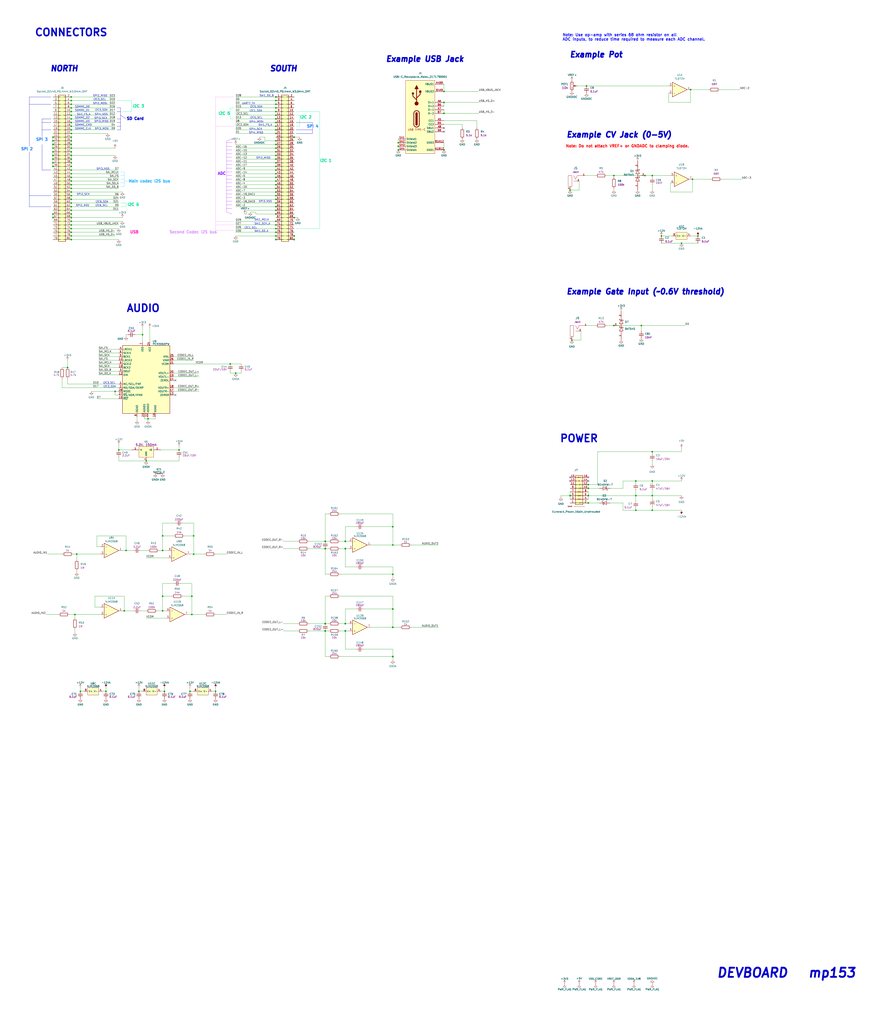
<source format=kicad_sch>
(kicad_sch (version 20250114) (generator "eeschema") (generator_version "9.0")
  (paper "User" 609.6 711.2)
  (text "SDMMC_CMD" (at 52.07 87.63 0) (effects (font (size 1.27 1.27)) (justify left bottom)))
  (text "UART7_TX" (at 177.292 72.644 0) (effects (font (size 1.27 1.27)) (justify right bottom)))
  (text "SPI2_MISO" (at 178.054 110.49 0) (effects (font (size 1.27 1.27)) (justify left bottom)))
  (text "I2C 5" (at 151.638 78.994 0) (effects (font (size 1.905 1.905) (thickness 0.508) (bold yes)) (justify left)))
  (text "SPI3_NSS" (at 76.2 118.11 0) (effects (font (size 1.27 1.27)) (justify right bottom)))
  (text "Example CV Jack (0-5V)" (at 393.446 93.726 0) (effects (font (size 3.81 3.81) (thickness 1.016) (bold yes) (italic yes)) (justify left)))
  (text "SPI3_MISO" (at 65.532 85.09 0) (effects (font (size 1.27 1.27)) (justify left bottom)))
  (text "SPI3_SCK" (at 65.532 82.804 0) (effects (font (size 1.27 1.27)) (justify left bottom)))
  (text "SPI 3" (at 24.892 97.028 0) (effects (font (size 1.905 1.905) (thickness 0.508) (bold yes)) (justify left)))
  (text "I2C 6" (at 88.392 142.24 0) (effects (font (size 1.905 1.905) (thickness 0.508) (bold yes)) (justify left)))
  (text "POWER" (at 388.874 307.594 0) (effects (font (size 5.08 5.08) (thickness 1.016) (bold yes)) (justify left bottom)))
  (text "I2C 3" (at 91.948 73.914 0) (effects (font (size 1.905 1.905) (thickness 0.508) (bold yes)) (justify left)))
  (text "SPI 4" (at 213.106 87.884 0) (effects (font (size 1.905 1.905) (thickness 0.508) (bold yes)) (justify left)))
  (text "Second Codec I2S bus" (at 117.602 161.29 0) (effects (font (size 1.905 1.905) (thickness 0.508) (bold yes)) (justify left)))
  (text "I2C6_SDA" (at 66.294 140.97 0) (effects (font (size 1.27 1.27)) (justify left bottom)))
  (text "Main codec I2S bus" (at 89.154 125.984 0) (effects (font (size 1.905 1.905) (thickness 0.508) (bold yes)) (justify left)))
  (text "SPI 2" (at 14.478 103.632 0) (effects (font (size 1.905 1.905) (thickness 0.508) (bold yes)) (justify left)))
  (text "I2C3_SCL" (at 64.77 69.85 0) (effects (font (size 1.27 1.27)) (justify left bottom)))
  (text "mp153" (at 561.34 679.45 0) (effects (font (size 6.35 6.35) (thickness 1.27) (bold yes) (italic yes)) (justify left bottom)))
  (text "SD Card" (at 87.884 82.55 0) (effects (font (size 1.905 1.905) (thickness 0.508) (bold yes)) (justify left)))
  (text "SDMMC_D3" (at 52.07 85.09 0) (effects (font (size 1.27 1.27)) (justify left bottom)))
  (text "I2C1_SDA" (at 177.8 76.962 0) (effects (font (size 1.27 1.27))))
  (text "I2C3_SDA" (at 65.786 77.216 0) (effects (font (size 1.27 1.27)) (justify left bottom)))
  (text "CONNECTORS " (at 23.876 25.654 0) (effects (font (size 5.08 5.08) (thickness 1.016) (bold yes)) (justify left bottom)))
  (text "SAI1_SD_A" (at 176.784 160.528 0) (effects (font (size 1.27 1.27)) (justify left)))
  (text "I2C3_SDA" (at 71.628 269.24 0) (effects (font (size 1.27 1.27)) (justify left bottom)))
  (text "I2C5_SCL" (at 173.482 82.55 0) (effects (font (size 1.27 1.27)) (justify left bottom)))
  (text "SAI1_SD_B" (at 180.34 66.548 0) (effects (font (size 1.27 1.27)) (justify left)))
  (text "SDMMC_CLK" (at 52.07 90.17 0) (effects (font (size 1.27 1.27)) (justify left bottom)))
  (text "Note: Use op-amp with series 68 ohm resistor on all\nADC inputs, to reduce time required to measure each ADC channel." (at 390.906 25.908 0) (effects (font (size 1.905 1.905) (thickness 0.381) (bold yes)) (justify left)))
  (text "Example Gate Input (~0.6V threshold)" (at 393.446 202.692 0) (effects (font (size 3.81 3.81) (thickness 1.016) (bold yes) (italic yes)) (justify left)))
  (text "I2C 2" (at 208.28 81.534 0) (effects (font (size 1.905 1.905) (thickness 0.508) (bold yes)) (justify left)))
  (text "SPI4_SCK" (at 177.8 89.662 0) (effects (font (size 1.27 1.27))))
  (text "SPI2_MOSI" (at 74.676 72.644 0) (effects (font (size 1.27 1.27)) (justify right bottom)))
  (text "SPI2_MISO" (at 74.676 67.31 0) (effects (font (size 1.27 1.27)) (justify right bottom)))
  (text "SAI1_FS_A" (at 184.404 86.868 0) (effects (font (size 1.27 1.27))))
  (text "SPI4_MISO" (at 178.054 92.202 0) (effects (font (size 1.27 1.27))))
  (text "SOUTH" (at 197.104 47.752 0) (effects (font (size 3.81 3.81) (thickness 1.016) (bold yes) (italic yes))))
  (text "NORTH" (at 44.704 47.752 0) (effects (font (size 3.81 3.81) (thickness 1.016) (bold yes) (italic yes))))
  (text "SPI3_NSS" (at 179.832 140.716 0) (effects (font (size 1.27 1.27)) (justify left bottom)))
  (text "Example USB Jack" (at 295.402 41.148 0) (effects (font (size 3.81 3.81) (thickness 1.016) (bold yes) (italic yes))))
  (text "Note: Do not attach VREF+ or GNDADC to clamping diode." (at 436.118 101.6 0) (effects (font (size 1.905 1.905) (thickness 0.381) (bold yes))))
  (text "SPI4_NSS" (at 70.358 79.502 0) (effects (font (size 1.27 1.27))))
  (text "I2C 1" (at 222.25 111.76 0) (effects (font (size 1.905 1.905) (thickness 0.508) (bold yes)) (justify left)))
  (text "AUDIO" (at 87.63 217.17 0) (effects (font (size 5.08 5.08) (thickness 1.016) (bold yes)) (justify left bottom)))
  (text "ADC" (at 151.13 120.65 0) (effects (font (size 1.905 1.905) (thickness 0.508) (bold yes)) (justify left)))
  (text "SPI2_NSS" (at 61.976 143.51 0) (effects (font (size 1.27 1.27)) (justify right bottom)))
  (text "Example Pot" (at 395.732 38.1 0) (effects (font (size 3.81 3.81) (thickness 1.016) (bold yes) (italic yes)) (justify left)))
  (text "I2C5_SDA" (at 173.482 74.93 0) (effects (font (size 1.27 1.27)) (justify left bottom)))
  (text "SAI1_SCK_A" (at 176.784 155.448 0) (effects (font (size 1.27 1.27)) (justify left)))
  (text "DEVBOARD" (at 497.84 679.45 0) (effects (font (size 6.35 6.35) (thickness 1.27) (bold yes) (italic yes)) (justify left bottom)))
  (text "SDMMC_D0" (at 52.07 74.93 0) (effects (font (size 1.27 1.27)) (justify left bottom)))
  (text "I2C3_SCL" (at 71.374 266.7 0) (effects (font (size 1.27 1.27)) (justify left bottom)))
  (text "I2C6_SCL" (at 66.04 143.51 0) (effects (font (size 1.27 1.27)) (justify left bottom)))
  (text "SAI1_MCLK" (at 176.784 152.654 0) (effects (font (size 1.27 1.27)) (justify left)))
  (text "SPI2_SCK" (at 62.484 135.763 0) (effects (font (size 1.27 1.27)) (justify right bottom)))
  (text "SAI1_FS_A" (at 58.166 79.502 0) (effects (font (size 1.27 1.27))))
  (text "SDMMC_D2" (at 52.07 82.55 0) (effects (font (size 1.27 1.27)) (justify left bottom)))
  (text "I2C1_SCL" (at 174.244 158.242 0) (effects (font (size 1.27 1.27))))
  (text "SPI3_MOSI" (at 65.786 90.17 0) (effects (font (size 1.27 1.27)) (justify left bottom)))
  (text "USB" (at 90.17 161.29 0) (effects (font (size 1.905 1.905) (thickness 0.508) (bold yes)) (justify left)))
  (text "SDMMC_D1" (at 52.07 77.47 0) (effects (font (size 1.27 1.27)) (justify left bottom)))
  (text "SPI4_MOSI" (at 173.228 85.344 0) (effects (font (size 1.27 1.27)) (justify left bottom)))
  (junction (at 408.94 339.09))
  (junction (at 49.53 95.25))
  (junction (at 396.24 344.17))
  (junction (at 191.77 158.75))
  (junction (at 49.53 100.33))
  (junction (at 87.63 382.27))
  (junction (at 276.86 99.06))
  (junction (at 191.77 113.03))
  (junction (at 36.83 95.25))
  (junction (at 191.77 166.37))
  (junction (at 407.67 59.69))
  (junction (at 396.24 132.08))
  (junction (at 273.05 398.78) (diameter 1.016))
  (junction (at 113.03 414.02))
  (junction (at 49.53 85.09))
  (junction (at 226.06 438.15) (diameter 1.016))
  (junction (at 191.77 74.93))
  (junction (at 204.47 166.37))
  (junction (at 204.47 95.25))
  (junction (at 191.77 107.95))
  (junction (at 36.83 151.13))
  (junction (at 191.77 140.97))
  (junction (at 191.77 130.81))
  (junction (at 101.6 320.04))
  (junction (at 49.53 148.59))
  (junction (at 191.77 97.79))
  (junction (at 49.53 82.55))
  (junction (at 308.61 63.5))
  (junction (at 49.53 161.29))
  (junction (at 191.77 148.59))
  (junction (at 99.06 232.41))
  (junction (at 191.77 110.49))
  (junction (at 273.05 435.61) (diameter 1.016))
  (junction (at 191.77 163.83))
  (junction (at 163.83 259.08))
  (junction (at 191.77 135.89))
  (junction (at 191.77 102.87))
  (junction (at 191.77 161.29))
  (junction (at 36.83 97.79))
  (junction (at 240.03 375.92) (diameter 1.016))
  (junction (at 408.94 349.25))
  (junction (at 113.03 372.11))
  (junction (at 55.88 480.06))
  (junction (at 191.77 143.51))
  (junction (at 441.96 344.17))
  (junction (at 49.53 67.31))
  (junction (at 36.83 148.59))
  (junction (at 481.33 124.46))
  (junction (at 240.03 433.07) (diameter 1.016))
  (junction (at 191.77 125.73))
  (junction (at 191.77 80.01))
  (junction (at 49.53 130.81))
  (junction (at 96.52 480.06))
  (junction (at 276.86 101.6))
  (junction (at 36.83 100.33))
  (junction (at 36.83 113.03))
  (junction (at 480.06 62.23))
  (junction (at 276.86 104.14))
  (junction (at 49.53 77.47))
  (junction (at 485.14 163.83))
  (junction (at 426.72 226.06))
  (junction (at 191.77 100.33))
  (junction (at 36.83 102.87))
  (junction (at 82.55 312.42))
  (junction (at 49.53 153.67))
  (junction (at 49.53 156.21))
  (junction (at 46.99 255.27))
  (junction (at 124.46 312.42))
  (junction (at 453.39 354.33))
  (junction (at 191.77 133.35))
  (junction (at 49.53 118.11))
  (junction (at 160.02 252.73))
  (junction (at 86.36 424.18))
  (junction (at 191.77 67.31))
  (junction (at 308.61 71.12))
  (junction (at 49.53 107.95))
  (junction (at 49.53 92.71))
  (junction (at 36.83 105.41))
  (junction (at 426.72 121.92))
  (junction (at 441.96 334.01))
  (junction (at 49.53 163.83))
  (junction (at 102.87 290.83))
  (junction (at 36.83 115.57))
  (junction (at 134.62 384.81))
  (junction (at 49.53 113.03))
  (junction (at 273.05 378.46))
  (junction (at 49.53 105.41))
  (junction (at 49.53 166.37))
  (junction (at 49.53 110.49))
  (junction (at 80.01 271.78))
  (junction (at 49.53 143.51))
  (junction (at 191.77 138.43))
  (junction (at 133.35 414.02))
  (junction (at 49.53 87.63))
  (junction (at 114.3 480.06))
  (junction (at 113.03 382.27))
  (junction (at 191.77 115.57))
  (junction (at 191.77 77.47))
  (junction (at 52.07 426.72))
  (junction (at 445.77 226.06))
  (junction (at 49.53 123.19))
  (junction (at 191.77 85.09))
  (junction (at 191.77 82.55))
  (junction (at 49.53 128.27))
  (junction (at 397.51 236.22))
  (junction (at 453.39 334.01))
  (junction (at 226.06 375.92) (diameter 1.016))
  (junction (at 273.05 455.93) (diameter 1.016))
  (junction (at 204.47 151.13))
  (junction (at 73.66 480.06))
  (junction (at 308.61 104.14))
  (junction (at 308.61 78.74))
  (junction (at 226.06 381) (diameter 1.016))
  (junction (at 49.53 135.89))
  (junction (at 226.06 433.07) (diameter 1.016))
  (junction (at 132.08 480.06))
  (junction (at 49.53 115.57))
  (junction (at 53.34 384.81))
  (junction (at 191.77 120.65))
  (junction (at 49.53 102.87))
  (junction (at 149.86 480.06))
  (junction (at 204.47 163.83))
  (junction (at 49.53 97.79))
  (junction (at 191.77 72.39))
  (junction (at 453.39 121.92))
  (junction (at 49.53 80.01))
  (junction (at 49.53 90.17))
  (junction (at 49.53 120.65))
  (junction (at 273.05 422.91) (diameter 1.016))
  (junction (at 49.53 151.13))
  (junction (at 191.77 69.85))
  (junction (at 448.31 121.92))
  (junction (at 36.83 107.95))
  (junction (at 49.53 158.75))
  (junction (at 240.03 381) (diameter 1.016))
  (junction (at 49.53 69.85))
  (junction (at 191.77 153.67))
  (junction (at 473.71 168.91))
  (junction (at 134.62 372.11))
  (junction (at 191.77 105.41))
  (junction (at 453.39 344.17))
  (junction (at 49.53 138.43))
  (junction (at 459.74 163.83))
  (junction (at 113.03 424.18))
  (junction (at 191.77 118.11))
  (junction (at 36.83 110.49))
  (junction (at 49.53 133.35))
  (junction (at 49.53 125.73))
  (junction (at 49.53 146.05))
  (junction (at 49.53 140.97))
  (junction (at 453.39 313.69))
  (junction (at 240.03 438.15) (diameter 1.016))
  (junction (at 191.77 87.63))
  (junction (at 49.53 72.39))
  (junction (at 191.77 128.27))
  (junction (at 408.94 336.55))
  (junction (at 49.53 74.93))
  (junction (at 191.77 90.17))
  (junction (at 441.96 354.33))
  (junction (at 191.77 156.21))
  (junction (at 273.05 365.76))
  (junction (at 191.77 92.71))
  (junction (at 408.94 344.17))
  (junction (at 191.77 123.19))
  (junction (at 133.35 426.72))
  (junction (at 191.77 146.05))
  (no_connect (at 308.61 91.44))
  (no_connect (at 408.94 334.01))
  (no_connect (at 396.24 334.01))
  (no_connect (at 121.92 264.16))
  (no_connect (at 121.92 274.32))
  (no_connect (at 308.61 88.9))
  (no_connect (at 396.24 331.47))
  (no_connect (at 408.94 331.47))
  (wire (pts (xy 163.83 115.57) (xy 191.77 115.57)))
  (polyline (pts (xy 29.21 85.09) (xy 35.56 85.09)))
  (wire (pts (xy 276.86 101.6) (xy 276.86 104.14)))
  (wire (pts (xy 160.02 252.73) (xy 167.64 252.73)))
  (wire (pts (xy 49.53 158.75) (xy 82.55 158.75)))
  (polyline (pts (xy 205.74 85.09) (xy 217.17 85.09)))
  (polyline (pts (xy 162.56 74.93) (xy 160.02 74.93)) (stroke (width 0) (color 38 248 156 1)))
  (wire (pts (xy 36.83 110.49) (xy 36.83 113.03)))
  (wire (pts (xy 191.77 67.31) (xy 204.47 67.31)))
  (wire (pts (xy 240.03 450.85) (xy 247.65 450.85)))
  (wire (pts (xy 163.83 133.35) (xy 191.77 133.35)))
  (wire (pts (xy 36.83 140.97) (xy 49.53 140.97)))
  (wire (pts (xy 124.46 309.88) (xy 124.46 312.42)))
  (wire (pts (xy 396.24 339.09) (xy 408.94 339.09)))
  (wire (pts (xy 36.83 97.79) (xy 36.83 100.33)))
  (wire (pts (xy 46.99 250.19) (xy 46.99 255.27)))
  (wire (pts (xy 36.83 148.59) (xy 36.83 151.13)))
  (wire (pts (xy 36.83 123.19) (xy 49.53 123.19)))
  (wire (pts (xy 119.38 414.02) (xy 113.03 414.02)))
  (polyline (pts (xy 149.86 87.63) (xy 162.56 87.63)) (stroke (width 0) (color 247 145 255 1)))
  (polyline (pts (xy 81.28 74.93) (xy 83.82 74.93)))
  (wire (pts (xy 396.24 344.17) (xy 396.24 346.71)))
  (wire (pts (xy 68.58 250.19) (xy 82.55 250.19)))
  (wire (pts (xy 138.43 269.24) (xy 120.65 269.24)))
  (wire (pts (xy 170.18 148.59) (xy 171.45 148.59)))
  (wire (pts (xy 453.39 335.28) (xy 453.39 334.01)))
  (wire (pts (xy 36.83 105.41) (xy 36.83 107.95)))
  (wire (pts (xy 240.03 365.76) (xy 247.65 365.76)))
  (wire (pts (xy 147.32 480.06) (xy 149.86 480.06)))
  (wire (pts (xy 191.77 115.57) (xy 204.47 115.57)))
  (wire (pts (xy 87.63 372.11) (xy 87.63 382.27)))
  (wire (pts (xy 191.77 80.01) (xy 204.47 80.01)))
  (wire (pts (xy 104.14 227.33) (xy 104.14 237.49)))
  (wire (pts (xy 101.6 320.04) (xy 124.46 320.04)))
  (wire (pts (xy 132.08 477.52) (xy 132.08 480.06)))
  (wire (pts (xy 133.35 426.72) (xy 130.81 426.72)))
  (wire (pts (xy 36.83 102.87) (xy 49.53 102.87)))
  (wire (pts (xy 453.39 354.33) (xy 473.71 354.33)))
  (wire (pts (xy 49.53 143.51) (xy 82.55 143.51)))
  (wire (pts (xy 163.83 163.83) (xy 191.77 163.83)))
  (wire (pts (xy 93.98 232.41) (xy 99.06 232.41)))
  (wire (pts (xy 424.18 339.09) (xy 433.07 339.09)))
  (wire (pts (xy 191.77 102.87) (xy 204.47 102.87)))
  (polyline (pts (xy 157.48 119.38) (xy 161.29 119.38)) (stroke (width 0) (color 179 46 255 1)))
  (wire (pts (xy 273.05 455.93) (xy 273.05 458.47)))
  (wire (pts (xy 163.83 82.55) (xy 191.77 82.55)))
  (wire (pts (xy 133.35 414.02) (xy 133.35 426.72)))
  (wire (pts (xy 69.85 426.72) (xy 52.07 426.72)))
  (wire (pts (xy 389.89 345.44) (xy 389.89 344.17)))
  (wire (pts (xy 120.65 259.08) (xy 138.43 259.08)))
  (wire (pts (xy 453.39 121.92) (xy 453.39 123.19)))
  (polyline (pts (xy 149.86 87.63) (xy 149.86 67.31)) (stroke (width 0) (color 247 145 255 1)))
  (wire (pts (xy 191.77 135.89) (xy 204.47 135.89)))
  (wire (pts (xy 171.45 148.59) (xy 171.45 146.05)))
  (wire (pts (xy 191.77 148.59) (xy 204.47 148.59)))
  (wire (pts (xy 132.08 480.06) (xy 134.62 480.06)))
  (polyline (pts (xy 81.28 90.17) (xy 83.82 90.17)))
  (wire (pts (xy 49.53 110.49) (xy 49.53 113.03)))
  (wire (pts (xy 308.61 58.42) (xy 308.61 63.5)))
  (wire (pts (xy 163.83 140.97) (xy 191.77 140.97)))
  (wire (pts (xy 101.6 429.26) (xy 115.57 429.26)))
  (wire (pts (xy 406.4 121.92) (xy 414.02 121.92)))
  (wire (pts (xy 228.6 375.92) (xy 226.06 375.92)))
  (wire (pts (xy 191.77 97.79) (xy 204.47 97.79)))
  (wire (pts (xy 402.59 125.73) (xy 402.59 132.08)))
  (polyline (pts (xy 160.02 67.31) (xy 162.56 67.31)) (stroke (width 0) (color 247 145 255 1)))
  (wire (pts (xy 473.71 313.69) (xy 453.39 313.69)))
  (wire (pts (xy 49.53 97.79) (xy 49.53 100.33)))
  (wire (pts (xy 240.03 375.92) (xy 242.57 375.92)))
  (wire (pts (xy 87.63 233.68) (xy 87.63 232.41)))
  (wire (pts (xy 114.3 477.52) (xy 114.3 480.06)))
  (polyline (pts (xy 157.48 109.22) (xy 161.29 109.22)) (stroke (width 0) (color 179 46 255 1)))
  (wire (pts (xy 36.83 156.21) (xy 49.53 156.21)))
  (wire (pts (xy 191.77 156.21) (xy 204.47 156.21)))
  (wire (pts (xy 252.73 450.85) (xy 273.05 450.85)))
  (wire (pts (xy 441.96 340.36) (xy 441.96 344.17)))
  (wire (pts (xy 111.76 312.42) (xy 124.46 312.42)))
  (wire (pts (xy 191.77 74.93) (xy 204.47 74.93)))
  (wire (pts (xy 55.88 477.52) (xy 55.88 480.06)))
  (wire (pts (xy 68.58 260.35) (xy 82.55 260.35)))
  (wire (pts (xy 196.85 381) (xy 207.01 381)))
  (wire (pts (xy 49.53 133.35) (xy 85.09 133.35)))
  (polyline (pts (xy 81.28 85.09) (xy 83.82 85.09)))
  (polyline (pts (xy 157.48 124.46) (xy 161.29 124.46)) (stroke (width 0) (color 179 46 255 1)))
  (wire (pts (xy 240.03 365.76) (xy 240.03 375.92)))
  (wire (pts (xy 49.53 90.17) (xy 80.01 90.17)))
  (wire (pts (xy 49.53 151.13) (xy 85.09 151.13)))
  (wire (pts (xy 236.22 438.15) (xy 240.03 438.15)))
  (polyline (pts (xy 157.48 139.7) (xy 161.29 139.7)) (stroke (width 0) (color 179 46 255 1)))
  (wire (pts (xy 191.77 118.11) (xy 204.47 118.11)))
  (wire (pts (xy 453.39 313.69) (xy 453.39 314.96)))
  (wire (pts (xy 36.83 133.35) (xy 49.53 133.35)))
  (wire (pts (xy 257.81 378.46) (xy 273.05 378.46)))
  (wire (pts (xy 459.74 168.91) (xy 473.71 168.91)))
  (polyline (pts (xy 83.82 127) (xy 86.36 127)) (stroke (width 0) (color 65 215 255 1)))
  (wire (pts (xy 228.6 381) (xy 226.06 381)))
  (wire (pts (xy 49.53 123.19) (xy 82.55 123.19)))
  (wire (pts (xy 163.83 143.51) (xy 191.77 143.51)))
  (wire (pts (xy 163.83 90.17) (xy 191.77 90.17)))
  (wire (pts (xy 36.83 153.67) (xy 49.53 153.67)))
  (wire (pts (xy 191.77 110.49) (xy 204.47 110.49)))
  (wire (pts (xy 120.65 247.65) (xy 134.62 247.65)))
  (wire (pts (xy 36.83 158.75) (xy 49.53 158.75)))
  (wire (pts (xy 36.83 115.57) (xy 49.53 115.57)))
  (wire (pts (xy 68.58 245.11) (xy 82.55 245.11)))
  (wire (pts (xy 80.01 271.78) (xy 82.55 271.78)))
  (wire (pts (xy 46.99 266.7) (xy 82.55 266.7)))
  (wire (pts (xy 389.89 344.17) (xy 396.24 344.17)))
  (polyline (pts (xy 157.48 114.3) (xy 161.29 114.3)) (stroke (width 0) (color 179 46 255 1)))
  (wire (pts (xy 36.83 105.41) (xy 49.53 105.41)))
  (wire (pts (xy 441.96 335.28) (xy 441.96 334.01)))
  (wire (pts (xy 273.05 356.87) (xy 273.05 365.76)))
  (wire (pts (xy 191.77 72.39) (xy 204.47 72.39)))
  (wire (pts (xy 36.83 110.49) (xy 49.53 110.49)))
  (wire (pts (xy 80.01 274.32) (xy 80.01 271.78)))
  (wire (pts (xy 408.94 344.17) (xy 408.94 346.71)))
  (wire (pts (xy 285.75 378.46) (xy 304.8 378.46)))
  (wire (pts (xy 120.65 252.73) (xy 160.02 252.73)))
  (wire (pts (xy 163.83 153.67) (xy 191.77 153.67)))
  (wire (pts (xy 321.31 88.9) (xy 321.31 86.36)))
  (wire (pts (xy 53.34 384.81) (xy 50.8 384.81)))
  (wire (pts (xy 401.32 59.69) (xy 407.67 59.69)))
  (wire (pts (xy 82.55 118.11) (xy 49.53 118.11)))
  (wire (pts (xy 36.83 161.29) (xy 49.53 161.29)))
  (wire (pts (xy 308.61 83.82) (xy 331.47 83.82)))
  (polyline (pts (xy 208.28 77.47) (xy 222.25 77.47)) (stroke (width 0) (color 28 242 142 1)))
  (wire (pts (xy 191.77 92.71) (xy 204.47 92.71)))
  (wire (pts (xy 36.83 148.59) (xy 49.53 148.59)))
  (wire (pts (xy 441.96 344.17) (xy 441.96 347.98)))
  (wire (pts (xy 96.52 480.06) (xy 99.06 480.06)))
  (wire (pts (xy 134.62 384.81) (xy 132.08 384.81)))
  (polyline (pts (xy 205.74 77.47) (xy 208.28 77.47)) (stroke (width 0) (color 33 255 242 1)))
  (wire (pts (xy 415.29 313.69) (xy 453.39 313.69)))
  (wire (pts (xy 240.03 438.15) (xy 242.57 438.15)))
  (wire (pts (xy 191.77 77.47) (xy 204.47 77.47)))
  (wire (pts (xy 40.64 426.72) (xy 31.75 426.72)))
  (wire (pts (xy 63.5 271.78) (xy 80.01 271.78)))
  (polyline (pts (xy 29.21 85.09) (xy 29.21 90.17)))
  (wire (pts (xy 80.01 102.87) (xy 49.53 102.87)))
  (wire (pts (xy 121.92 274.32) (xy 120.65 274.32)))
  (polyline (pts (xy 149.86 153.67) (xy 149.86 160.02)) (stroke (width 0) (color 247 145 255 1)))
  (wire (pts (xy 36.83 113.03) (xy 49.53 113.03)))
  (wire (pts (xy 82.55 308.61) (xy 82.55 312.42)))
  (wire (pts (xy 49.53 74.93) (xy 80.01 74.93)))
  (wire (pts (xy 36.83 138.43) (xy 49.53 138.43)))
  (wire (pts (xy 36.83 92.71) (xy 49.53 92.71)))
  (wire (pts (xy 453.39 340.36) (xy 453.39 344.17)))
  (polyline (pts (xy 29.21 118.11) (xy 29.21 100.33)))
  (polyline (pts (xy 29.21 90.17) (xy 29.21 90.17)))
  (wire (pts (xy 191.77 130.81) (xy 204.47 130.81)))
  (wire (pts (xy 67.31 379.73) (xy 67.31 372.11)))
  (wire (pts (xy 101.6 387.35) (xy 116.84 387.35)))
  (polyline (pts (xy 160.02 74.93) (xy 160.02 76.2)) (stroke (width 0) (color 33 255 242 1)))
  (wire (pts (xy 43.18 269.24) (xy 43.18 262.89)))
  (wire (pts (xy 95.25 289.56) (xy 95.25 292.1)))
  (wire (pts (xy 228.6 356.87) (xy 226.06 356.87)))
  (polyline (pts (xy 35.56 143.51) (xy 20.32 143.51)))
  (wire (pts (xy 120.65 271.78) (xy 138.43 271.78)))
  (polyline (pts (xy 217.17 85.09) (xy 217.17 86.36)))
  (wire (pts (xy 102.87 290.83) (xy 102.87 289.56)))
  (wire (pts (xy 52.07 426.72) (xy 48.26 426.72)))
  (polyline (pts (xy 81.28 77.47) (xy 83.82 77.47)))
  (wire (pts (xy 49.53 130.81) (xy 82.55 130.81)))
  (wire (pts (xy 448.31 121.92) (xy 453.39 121.92)))
  (wire (pts (xy 134.62 372.11) (xy 134.62 384.81)))
  (polyline (pts (xy 29.21 85.09) (xy 29.21 82.55)))
  (polyline (pts (xy 149.86 160.02) (xy 162.56 160.02)) (stroke (width 0) (color 247 145 255 1)))
  (wire (pts (xy 408.94 349.25) (xy 416.56 349.25)))
  (polyline (pts (xy 81.28 69.85) (xy 91.44 69.85)) (stroke (width 0) (color 28 242 142 1)))
  (polyline (pts (xy 83.82 129.54) (xy 86.36 129.54)) (stroke (width 0) (color 65 215 255 1)))
  (wire (pts (xy 67.31 372.11) (xy 87.63 372.11)))
  (wire (pts (xy 252.73 393.7) (xy 273.05 393.7)))
  (wire (pts (xy 69.85 421.64) (xy 66.04 421.64)))
  (wire (pts (xy 163.83 123.19) (xy 191.77 123.19)))
  (wire (pts (xy 191.77 158.75) (xy 204.47 158.75)))
  (wire (pts (xy 408.94 336.55) (xy 415.29 336.55)))
  (wire (pts (xy 36.83 113.03) (xy 36.83 115.57)))
  (wire (pts (xy 49.53 113.03) (xy 49.53 115.57)))
  (polyline (pts (xy 157.48 101.6) (xy 161.29 101.6)) (stroke (width 0) (color 179 46 255 1)))
  (wire (pts (xy 397.51 236.22) (xy 403.86 236.22)))
  (wire (pts (xy 308.61 71.12) (xy 308.61 73.66)))
  (wire (pts (xy 82.55 274.32) (xy 80.01 274.32)))
  (polyline (pts (xy 157.48 142.24) (xy 161.29 142.24)) (stroke (width 0) (color 179 46 255 1)))
  (polyline (pts (xy 160.02 82.55) (xy 160.02 74.93)) (stroke (width 0) (color 38 248 156 1)))
  (wire (pts (xy 97.79 382.27) (xy 102.87 382.27)))
  (polyline (pts (xy 83.82 82.55) (xy 83.82 82.55)))
  (wire (pts (xy 191.77 107.95) (xy 204.47 107.95)))
  (wire (pts (xy 191.77 69.85) (xy 204.47 69.85)))
  (wire (pts (xy 36.83 100.33) (xy 49.53 100.33)))
  (wire (pts (xy 49.53 125.73) (xy 82.55 125.73)))
  (polyline (pts (xy 83.82 119.38) (xy 86.36 119.38)) (stroke (width 0) (color 65 215 255 1)))
  (polyline (pts (xy 162.56 82.55) (xy 160.02 82.55)) (stroke (width 0) (color 38 248 156 1)))
  (polyline (pts (xy 35.56 118.11) (xy 29.21 118.11)))
  (wire (pts (xy 308.61 76.2) (xy 308.61 78.74)))
  (wire (pts (xy 36.83 69.85) (xy 49.53 69.85)))
  (polyline (pts (xy 86.36 125.73) (xy 88.9 125.73)) (stroke (width 0) (color 65 215 255 1)))
  (wire (pts (xy 191.77 105.41) (xy 204.47 105.41)))
  (wire (pts (xy 149.86 477.52) (xy 149.86 480.06)))
  (wire (pts (xy 167.64 259.08) (xy 167.64 257.81)))
  (wire (pts (xy 459.74 163.83) (xy 467.36 163.83)))
  (wire (pts (xy 191.77 123.19) (xy 204.47 123.19)))
  (polyline (pts (xy 29.21 82.55) (xy 35.56 82.55)))
  (wire (pts (xy 49.53 153.67) (xy 85.09 153.67)))
  (wire (pts (xy 184.15 97.79) (xy 184.15 95.25)))
  (wire (pts (xy 466.09 127) (xy 466.09 133.35)))
  (wire (pts (xy 226.06 438.15) (xy 226.06 455.93)))
  (wire (pts (xy 49.53 156.21) (xy 82.55 156.21)))
  (polyline (pts (xy 83.82 80.01) (xy 87.63 82.55)))
  (polyline (pts (xy 222.25 77.47) (xy 222.25 158.75)) (stroke (width 0) (color 28 242 142 1)))
  (wire (pts (xy 236.22 381) (xy 240.03 381)))
  (polyline (pts (xy 20.32 105.41) (xy 20.32 135.89)))
  (polyline (pts (xy 149.86 67.31) (xy 160.02 67.31)) (stroke (width 0) (color 247 145 255 1)))
  (wire (pts (xy 433.07 339.09) (xy 433.07 334.01)))
  (polyline (pts (xy 29.21 90.17) (xy 35.56 90.17)))
  (polyline (pts (xy 205.74 80.01) (xy 208.28 80.01)) (stroke (width 0) (color 28 242 142 1)))
  (wire (pts (xy 240.03 381) (xy 240.03 393.7)))
  (wire (pts (xy 113.03 414.02) (xy 113.03 424.18)))
  (wire (pts (xy 43.18 384.81) (xy 33.02 384.81)))
  (wire (pts (xy 73.66 477.52) (xy 73.66 480.06)))
  (wire (pts (xy 453.39 128.27) (xy 453.39 132.08)))
  (wire (pts (xy 163.83 125.73) (xy 191.77 125.73)))
  (wire (pts (xy 49.53 120.65) (xy 82.55 120.65)))
  (wire (pts (xy 191.77 140.97) (xy 204.47 140.97)))
  (polyline (pts (xy 85.09 77.47) (xy 87.884 77.47)) (stroke (width 0) (color 28 242 142 1)))
  (wire (pts (xy 228.6 438.15) (xy 226.06 438.15)))
  (wire (pts (xy 163.83 72.39) (xy 191.77 72.39)))
  (wire (pts (xy 52.07 426.72) (xy 52.07 429.26)))
  (polyline (pts (xy 157.48 97.79) (xy 157.48 147.32)) (stroke (width 0) (color 179 46 255 1)))
  (wire (pts (xy 191.77 87.63) (xy 204.47 87.63)))
  (wire (pts (xy 308.61 63.5) (xy 332.74 63.5)))
  (polyline (pts (xy 205.74 90.17) (xy 217.17 90.17)))
  (wire (pts (xy 273.05 398.78) (xy 236.22 398.78)))
  (wire (pts (xy 127 414.02) (xy 133.35 414.02)))
  (polyline (pts (xy 83.82 140.97) (xy 87.63 140.97)) (stroke (width 0) (color 28 242 142 1)))
  (wire (pts (xy 480.06 62.23) (xy 492.76 62.23)))
  (wire (pts (xy 124.46 317.5) (xy 124.46 320.04)))
  (wire (pts (xy 226.06 433.07) (xy 214.63 433.07)))
  (wire (pts (xy 191.77 120.65) (xy 204.47 120.65)))
  (polyline (pts (xy 81.28 82.55) (xy 83.82 82.55)))
  (wire (pts (xy 433.07 334.01) (xy 441.96 334.01)))
  (wire (pts (xy 49.53 87.63) (xy 80.01 87.63)))
  (wire (pts (xy 433.07 349.25) (xy 433.07 354.33)))
  (wire (pts (xy 36.83 130.81) (xy 49.53 130.81)))
  (wire (pts (xy 49.53 85.09) (xy 80.01 85.09)))
  (wire (pts (xy 163.83 138.43) (xy 191.77 138.43)))
  (wire (pts (xy 36.83 77.47) (xy 49.53 77.47)))
  (wire (pts (xy 308.61 71.12) (xy 332.74 71.12)))
  (wire (pts (xy 226.06 438.15) (xy 214.63 438.15)))
  (wire (pts (xy 36.83 82.55) (xy 49.53 82.55)))
  (wire (pts (xy 163.83 80.01) (xy 191.77 80.01)))
  (wire (pts (xy 240.03 433.07) (xy 242.57 433.07)))
  (wire (pts (xy 99.06 232.41) (xy 99.06 237.49)))
  (wire (pts (xy 163.83 85.09) (xy 191.77 85.09)))
  (wire (pts (xy 120.65 372.11) (xy 113.03 372.11)))
  (wire (pts (xy 49.53 146.05) (xy 82.55 146.05)))
  (wire (pts (xy 36.83 80.01) (xy 49.53 80.01)))
  (wire (pts (xy 396.24 344.17) (xy 408.94 344.17)))
  (wire (pts (xy 120.65 261.62) (xy 138.43 261.62)))
  (polyline (pts (xy 20.32 67.31) (xy 20.32 101.6)))
  (wire (pts (xy 134.62 384.81) (xy 142.24 384.81)))
  (polyline (pts (xy 83.82 82.55) (xy 83.82 82.55)))
  (wire (pts (xy 276.86 99.06) (xy 276.86 101.6)))
  (polyline (pts (xy 160.02 156.21) (xy 162.56 156.21)) (stroke (width 0) (color 247 145 255 1)))
  (polyline (pts (xy 157.48 111.76) (xy 161.29 111.76)) (stroke (width 0) (color 179 46 255 1)))
  (polyline (pts (xy 35.56 135.89) (xy 20.32 135.89)))
  (wire (pts (xy 191.77 85.09) (xy 204.47 85.09)))
  (wire (pts (xy 36.83 107.95) (xy 49.53 107.95)))
  (wire (pts (xy 149.86 384.81) (xy 157.48 384.81)))
  (wire (pts (xy 36.83 120.65) (xy 49.53 120.65)))
  (polyline (pts (xy 205.74 87.63) (xy 208.28 87.63)) (stroke (width 0) (color 28 242 142 1)))
  (wire (pts (xy 36.83 90.17) (xy 49.53 90.17)))
  (wire (pts (xy 163.83 107.95) (xy 191.77 107.95)))
  (wire (pts (xy 82.55 320.04) (xy 101.6 320.04)))
  (wire (pts (xy 240.03 381) (xy 242.57 381)))
  (polyline (pts (xy 83.82 121.92) (xy 86.36 121.92)) (stroke (width 0) (color 65 215 255 1)))
  (wire (pts (xy 49.53 107.95) (xy 49.53 110.49)))
  (wire (pts (xy 481.33 133.35) (xy 481.33 124.46)))
  (wire (pts (xy 82.55 312.42) (xy 91.44 312.42)))
  (wire (pts (xy 66.04 421.64) (xy 66.04 414.02)))
  (wire (pts (xy 273.05 422.91) (xy 273.05 435.61)))
  (wire (pts (xy 445.77 226.06) (xy 445.77 229.87)))
  (wire (pts (xy 102.87 290.83) (xy 102.87 292.1)))
  (polyline (pts (xy 149.86 87.63) (xy 149.86 153.67)) (stroke (width 0) (color 247 145 255 1)))
  (wire (pts (xy 240.03 438.15) (xy 240.03 450.85)))
  (wire (pts (xy 69.85 379.73) (xy 67.31 379.73)))
  (wire (pts (xy 240.03 393.7) (xy 247.65 393.7)))
  (wire (pts (xy 160.02 259.08) (xy 163.83 259.08)))
  (wire (pts (xy 49.53 69.85) (xy 80.01 69.85)))
  (wire (pts (xy 426.72 226.06) (xy 445.77 226.06)))
  (wire (pts (xy 68.58 247.65) (xy 82.55 247.65)))
  (wire (pts (xy 441.96 344.17) (xy 453.39 344.17)))
  (wire (pts (xy 191.77 153.67) (xy 204.47 153.67)))
  (wire (pts (xy 163.83 161.29) (xy 191.77 161.29)))
  (wire (pts (xy 71.12 480.06) (xy 73.66 480.06)))
  (wire (pts (xy 49.53 77.47) (xy 80.01 77.47)))
  (wire (pts (xy 424.18 349.25) (xy 433.07 349.25)))
  (wire (pts (xy 115.57 424.18) (xy 113.03 424.18)))
  (wire (pts (xy 466.09 133.35) (xy 481.33 133.35)))
  (wire (pts (xy 36.83 146.05) (xy 49.53 146.05)))
  (wire (pts (xy 273.05 455.93) (xy 236.22 455.93)))
  (polyline (pts (xy 208.28 87.63) (xy 208.28 81.28)) (stroke (width 0) (color 28 242 142 1)))
  (wire (pts (xy 191.77 161.29) (xy 204.47 161.29)))
  (wire (pts (xy 236.22 433.07) (xy 240.03 433.07)))
  (wire (pts (xy 407.67 226.06) (xy 414.02 226.06)))
  (wire (pts (xy 273.05 450.85) (xy 273.05 455.93)))
  (wire (pts (xy 196.85 375.92) (xy 207.01 375.92)))
  (wire (pts (xy 191.77 146.05) (xy 204.47 146.05)))
  (wire (pts (xy 445.77 226.06) (xy 476.25 226.06)))
  (wire (pts (xy 480.06 71.12) (xy 480.06 62.23)))
  (wire (pts (xy 177.8 147.32) (xy 177.8 148.59)))
  (polyline (pts (xy 20.32 72.39) (xy 35.56 72.39)))
  (wire (pts (xy 49.53 140.97) (xy 82.55 140.97)))
  (wire (pts (xy 43.18 269.24) (xy 82.55 269.24)))
  (wire (pts (xy 226.06 455.93) (xy 228.6 455.93)))
  (wire (pts (xy 43.18 255.27) (xy 46.99 255.27)))
  (wire (pts (xy 204.47 151.13) (xy 191.77 151.13)))
  (polyline (pts (xy 157.48 121.92) (xy 161.29 121.92)) (stroke (width 0) (color 179 46 255 1)))
  (polyline (pts (xy 157.48 99.06) (xy 161.29 99.06)) (stroke (width 0) (color 179 46 255 1)))
  (wire (pts (xy 500.38 62.23) (xy 514.35 62.23)))
  (wire (pts (xy 163.83 118.11) (xy 191.77 118.11)))
  (wire (pts (xy 163.83 110.49) (xy 191.77 110.49)))
  (polyline (pts (xy 157.48 144.78) (xy 161.29 144.78)) (stroke (width 0) (color 179 46 255 1)))
  (wire (pts (xy 273.05 398.78) (xy 273.05 401.32)))
  (wire (pts (xy 191.77 100.33) (xy 204.47 100.33)))
  (wire (pts (xy 120.65 250.19) (xy 134.62 250.19)))
  (wire (pts (xy 36.83 135.89) (xy 49.53 135.89)))
  (wire (pts (xy 273.05 422.91) (xy 252.73 422.91)))
  (wire (pts (xy 415.29 336.55) (xy 415.29 313.69)))
  (wire (pts (xy 36.83 125.73) (xy 49.53 125.73)))
  (wire (pts (xy 36.83 151.13) (xy 49.53 151.13)))
  (wire (pts (xy 226.06 414.02) (xy 226.06 433.07)))
  (polyline (pts (xy 157.48 129.54) (xy 161.29 129.54)) (stroke (width 0) (color 179 46 255 1)))
  (wire (pts (xy 36.83 87.63) (xy 49.53 87.63)))
  (wire (pts (xy 86.36 414.02) (xy 86.36 424.18)))
  (wire (pts (xy 228.6 433.07) (xy 226.06 433.07)))
  (wire (pts (xy 196.85 433.07) (xy 207.01 433.07)))
  (wire (pts (xy 36.83 85.09) (xy 49.53 85.09)))
  (wire (pts (xy 102.87 290.83) (xy 107.95 290.83)))
  (wire (pts (xy 177.8 148.59) (xy 191.77 148.59)))
  (wire (pts (xy 99.06 227.33) (xy 99.06 232.41)))
  (wire (pts (xy 49.53 138.43) (xy 82.55 138.43)))
  (wire (pts (xy 191.77 128.27) (xy 204.47 128.27)))
  (wire (pts (xy 308.61 99.06) (xy 308.61 104.14)))
  (wire (pts (xy 441.96 334.01) (xy 453.39 334.01)))
  (wire (pts (xy 36.83 128.27) (xy 49.53 128.27)))
  (polyline (pts (xy 149.86 156.21) (xy 160.02 156.21)) (stroke (width 0) (color 247 145 255 1)))
  (wire (pts (xy 120.65 405.13) (xy 113.03 405.13)))
  (wire (pts (xy 240.03 422.91) (xy 247.65 422.91)))
  (wire (pts (xy 36.83 95.25) (xy 36.83 97.79)))
  (wire (pts (xy 49.53 95.25) (xy 49.53 97.79)))
  (wire (pts (xy 453.39 344.17) (xy 473.71 344.17)))
  (polyline (pts (xy 205.74 92.71) (xy 217.17 92.71)))
  (wire (pts (xy 321.31 86.36) (xy 308.61 86.36)))
  (wire (pts (xy 273.05 414.02) (xy 236.22 414.02)))
  (wire (pts (xy 163.83 105.41) (xy 191.77 105.41)))
  (wire (pts (xy 226.06 356.87) (xy 226.06 375.92)))
  (wire (pts (xy 86.36 424.18) (xy 85.09 424.18)))
  (wire (pts (xy 226.06 398.78) (xy 228.6 398.78)))
  (wire (pts (xy 191.77 82.55) (xy 204.47 82.55)))
  (polyline (pts (xy 35.56 67.31) (xy 20.32 67.31)))
  (wire (pts (xy 46.99 262.89) (xy 46.99 266.7)))
  (wire (pts (xy 163.83 67.31) (xy 191.77 67.31)))
  (wire (pts (xy 49.53 100.33) (xy 49.53 102.87)))
  (wire (pts (xy 163.83 259.08) (xy 167.64 259.08)))
  (wire (pts (xy 285.75 435.61) (xy 304.8 435.61)))
  (wire (pts (xy 180.34 95.25) (xy 184.15 95.25)))
  (wire (pts (xy 121.92 363.22) (xy 113.03 363.22)))
  (wire (pts (xy 163.83 135.89) (xy 191.77 135.89)))
  (polyline (pts (xy 161.29 96.52) (xy 157.48 97.79)) (stroke (width 0) (color 179 46 255 1)))
  (wire (pts (xy 36.83 118.11) (xy 49.53 118.11)))
  (wire (pts (xy 236.22 375.92) (xy 240.03 375.92)))
  (wire (pts (xy 36.83 107.95) (xy 36.83 110.49)))
  (wire (pts (xy 171.45 146.05) (xy 191.77 146.05)))
  (wire (pts (xy 113.03 382.27) (xy 110.49 382.27)))
  (wire (pts (xy 228.6 414.02) (xy 226.06 414.02)))
  (wire (pts (xy 163.83 74.93) (xy 191.77 74.93)))
  (wire (pts (xy 273.05 393.7) (xy 273.05 398.78)))
  (wire (pts (xy 53.34 384.81) (xy 53.34 388.62)))
  (wire (pts (xy 53.34 384.81) (xy 69.85 384.81)))
  (wire (pts (xy 407.67 59.69) (xy 464.82 59.69)))
  (wire (pts (xy 87.63 382.27) (xy 92.71 382.27)))
  (wire (pts (xy 226.06 375.92) (xy 214.63 375.92)))
  (wire (pts (xy 36.83 72.39) (xy 49.53 72.39)))
  (wire (pts (xy 426.72 121.92) (xy 426.72 123.19)))
  (wire (pts (xy 36.83 143.51) (xy 49.53 143.51)))
  (wire (pts (xy 191.77 143.51) (xy 204.47 143.51)))
  (wire (pts (xy 196.85 438.15) (xy 207.01 438.15)))
  (wire (pts (xy 36.83 97.79) (xy 49.53 97.79)))
  (wire (pts (xy 433.07 354.33) (xy 441.96 354.33)))
  (wire (pts (xy 408.94 339.09) (xy 416.56 339.09)))
  (wire (pts (xy 204.47 163.83) (xy 204.47 166.37)))
  (polyline (pts (xy 157.48 104.14) (xy 161.29 104.14)) (stroke (width 0) (color 179 46 255 1)))
  (wire (pts (xy 134.62 363.22) (xy 134.62 372.11)))
  (wire (pts (xy 49.53 161.29) (xy 80.01 161.29)))
  (wire (pts (xy 252.73 365.76) (xy 273.05 365.76)))
  (wire (pts (xy 100.33 290.83) (xy 102.87 290.83)))
  (wire (pts (xy 473.71 168.91) (xy 485.14 168.91)))
  (wire (pts (xy 53.34 396.24) (xy 53.34 397.51)))
  (wire (pts (xy 163.83 130.81) (xy 191.77 130.81)))
  (wire (pts (xy 403.86 236.22) (xy 403.86 229.87)))
  (wire (pts (xy 49.53 82.55) (xy 80.01 82.55)))
  (wire (pts (xy 133.35 405.13) (xy 133.35 414.02)))
  (wire (pts (xy 82.55 317.5) (xy 82.55 320.04)))
  (wire (pts (xy 453.39 320.04) (xy 453.39 322.58)))
  (polyline (pts (xy 157.48 134.62) (xy 161.29 134.62)) (stroke (width 0) (color 179 46 255 1)))
  (wire (pts (xy 191.77 163.83) (xy 191.77 166.37)))
  (polyline (pts (xy 20.32 143.51) (xy 20.32 135.89)))
  (wire (pts (xy 480.06 163.83) (xy 485.14 163.83)))
  (wire (pts (xy 191.77 95.25) (xy 204.47 95.25)))
  (wire (pts (xy 121.92 264.16) (xy 120.65 264.16)))
  (wire (pts (xy 113.03 424.18) (xy 109.22 424.18)))
  (polyline (pts (xy 157.48 106.68) (xy 161.29 106.68)) (stroke (width 0) (color 179 46 255 1)))
  (wire (pts (xy 125.73 405.13) (xy 133.35 405.13)))
  (wire (pts (xy 396.24 349.25) (xy 408.94 349.25)))
  (wire (pts (xy 49.53 72.39) (xy 80.01 72.39)))
  (polyline (pts (xy 87.884 77.47) (xy 91.44 77.47)) (stroke (width 0) (color 28 242 142 1)))
  (wire (pts (xy 55.88 480.06) (xy 58.42 480.06)))
  (wire (pts (xy 116.84 382.27) (xy 113.03 382.27)))
  (wire (pts (xy 49.53 107.95) (xy 80.01 107.95)))
  (polyline (pts (xy 205.74 158.75) (xy 222.25 158.75)) (stroke (width 0) (color 28 242 142 1)))
  (wire (pts (xy 68.58 252.73) (xy 82.55 252.73)))
  (polyline (pts (xy 91.44 69.85) (xy 91.44 77.47)) (stroke (width 0) (color 28 242 142 1)))
  (wire (pts (xy 67.31 276.86) (xy 82.55 276.86)))
  (wire (pts (xy 113.03 405.13) (xy 113.03 414.02)))
  (wire (pts (xy 308.61 78.74) (xy 332.74 78.74)))
  (wire (pts (xy 240.03 422.91) (xy 240.03 433.07)))
  (wire (pts (xy 273.05 365.76) (xy 273.05 378.46)))
  (wire (pts (xy 52.07 436.88) (xy 52.07 439.42)))
  (wire (pts (xy 49.53 67.31) (xy 80.01 67.31)))
  (wire (pts (xy 191.77 90.17) (xy 204.47 90.17)))
  (wire (pts (xy 49.53 148.59) (xy 49.53 151.13)))
  (wire (pts (xy 421.64 121.92) (xy 426.72 121.92)))
  (polyline (pts (xy 83.82 143.51) (xy 87.63 143.51)) (stroke (width 0) (color 28 242 142 1)))
  (polyline (pts (xy 157.48 147.32) (xy 161.29 148.59)) (stroke (width 0) (color 179 46 255 1)))
  (wire (pts (xy 113.03 363.22) (xy 113.03 372.11)))
  (polyline (pts (xy 83.82 74.93) (xy 83.82 90.17)))
  (wire (pts (xy 87.63 232.41) (xy 88.9 232.41)))
  (wire (pts (xy 184.15 97.79) (xy 191.77 97.79)))
  (wire (pts (xy 133.35 426.72) (xy 142.24 426.72)))
  (polyline (pts (xy 29.21 90.17) (xy 29.21 95.25)))
  (wire (pts (xy 408.94 341.63) (xy 408.94 344.17)))
  (wire (pts (xy 331.47 83.82) (xy 331.47 88.9)))
  (wire (pts (xy 226.06 381) (xy 226.06 398.78)))
  (wire (pts (xy 396.24 341.63) (xy 396.24 344.17)))
  (wire (pts (xy 421.64 226.06) (xy 426.72 226.06)))
  (wire (pts (xy 66.04 414.02) (xy 86.36 414.02)))
  (wire (pts (xy 36.83 95.25) (xy 49.53 95.25)))
  (wire (pts (xy 408.94 344.17) (xy 441.96 344.17)))
  (wire (pts (xy 163.83 158.75) (xy 191.77 158.75)))
  (wire (pts (xy 49.53 166.37) (xy 82.55 166.37)))
  (wire (pts (xy 191.77 125.73) (xy 204.47 125.73)))
  (wire (pts (xy 163.83 102.87) (xy 191.77 102.87)))
  (wire (pts (xy 163.83 100.33) (xy 191.77 100.33)))
  (wire (pts (xy 191.77 163.83) (xy 204.47 163.83)))
  (wire (pts (xy 127 363.22) (xy 134.62 363.22)))
  (wire (pts (xy 273.05 414.02) (xy 273.05 422.91)))
  (wire (pts (xy 501.65 124.46) (xy 515.62 124.46)))
  (polyline (pts (xy 83.82 124.46) (xy 86.36 124.46)) (stroke (width 0) (color 65 215 255 1)))
  (polyline (pts (xy 81.28 87.63) (xy 83.82 87.63)))
  (polyline (pts (xy 157.48 127) (xy 161.29 127)) (stroke (width 0) (color 179 46 255 1)))
  (wire (pts (xy 86.36 424.18) (xy 92.71 424.18)))
  (wire (pts (xy 36.83 74.93) (xy 49.53 74.93)))
  (wire (pts (xy 100.33 290.83) (xy 100.33 289.56)))
  (wire (pts (xy 207.01 151.13) (xy 204.47 151.13)))
  (wire (pts (xy 163.83 156.21) (xy 191.77 156.21)))
  (polyline (pts (xy 87.63 140.97) (xy 87.63 143.51)) (stroke (width 0) (color 28 242 142 1)))
  (wire (pts (xy 481.33 124.46) (xy 494.03 124.46)))
  (wire (pts (xy 191.77 133.35) (xy 204.47 133.35)))
  (wire (pts (xy 49.53 135.89) (xy 82.55 135.89)))
  (wire (pts (xy 97.79 424.18) (xy 101.6 424.18)))
  (wire (pts (xy 163.83 120.65) (xy 191.77 120.65)))
  (wire (pts (xy 426.72 121.92) (xy 448.31 121.92)))
  (polyline (pts (xy 208.28 81.28) (xy 208.28 80.01)) (stroke (width 0) (color 33 255 242 1)))
  (wire (pts (xy 163.83 113.03) (xy 191.77 113.03)))
  (wire (pts (xy 49.53 107.95) (xy 49.53 105.41)))
  (wire (pts (xy 191.77 166.37) (xy 204.47 166.37)))
  (wire (pts (xy 163.83 92.71) (xy 191.77 92.71)))
  (wire (pts (xy 204.47 95.25) (xy 208.28 95.25)))
  (wire (pts (xy 68.58 257.81) (xy 82.55 257.81)))
  (wire (pts (xy 36.83 100.33) (xy 36.83 102.87)))
  (wire (pts (xy 273.05 356.87) (xy 236.22 356.87)))
  (polyline (pts (xy 149.86 153.67) (xy 162.56 153.67)) (stroke (width 0) (color 247 145 255 1)))
  (wire (pts (xy 36.83 67.31) (xy 49.53 67.31)))
  (polyline (pts (xy 86.36 119.38) (xy 86.36 129.54)) (stroke (width 0) (color 65 215 255 1)))
  (wire (pts (xy 128.27 372.11) (xy 134.62 372.11)))
  (wire (pts (xy 96.52 477.52) (xy 96.52 480.06)))
  (wire (pts (xy 111.76 480.06) (xy 114.3 480.06)))
  (wire (pts (xy 273.05 435.61) (xy 257.81 435.61)))
  (wire (pts (xy 68.58 242.57) (xy 82.55 242.57)))
  (wire (pts (xy 68.58 255.27) (xy 82.55 255.27)))
  (wire (pts (xy 49.53 163.83) (xy 80.01 163.83)))
  (wire (pts (xy 473.71 311.15) (xy 473.71 313.69)))
  (wire (pts (xy 149.86 426.72) (xy 157.48 426.72)))
  (wire (pts (xy 453.39 351.79) (xy 453.39 354.33)))
  (wire (pts (xy 87.63 382.27) (xy 85.09 382.27)))
  (wire (pts (xy 464.82 64.77) (xy 464.82 71.12)))
  (wire (pts (xy 396.24 336.55) (xy 408.94 336.55)))
  (wire (pts (xy 226.06 381) (xy 214.63 381)))
  (wire (pts (xy 163.83 87.63) (xy 191.77 87.63)))
  (polyline (pts (xy 157.48 132.08) (xy 161.29 132.08)) (stroke (width 0) (color 179 46 255 1)))
  (wire (pts (xy 160.02 257.81) (xy 160.02 259.08)))
  (wire (pts (xy 453.39 334.01) (xy 473.71 334.01)))
  (wire (pts (xy 276.86 96.52) (xy 276.86 99.06)))
  (wire (pts (xy 191.77 113.03) (xy 204.47 113.03)))
  (wire (pts (xy 426.72 130.81) (xy 426.72 132.08)))
  (polyline (pts (xy 157.48 116.84) (xy 161.29 116.84)) (stroke (width 0) (color 179 46 255 1)))
  (wire (pts (xy 464.82 71.12) (xy 480.06 71.12)))
  (wire (pts (xy 36.83 163.83) (xy 49.53 163.83)))
  (wire (pts (xy 49.53 92.71) (xy 74.93 92.71)))
  (wire (pts (xy 163.83 69.85) (xy 191.77 69.85)))
  (wire (pts (xy 49.53 128.27) (xy 82.55 128.27)))
  (wire (pts (xy 402.59 132.08) (xy 396.24 132.08)))
  (wire (pts (xy 441.96 353.06) (xy 441.96 354.33)))
  (polyline (pts (xy 157.48 137.16) (xy 161.29 137.16)) (stroke (width 0) (color 179 46 255 1)))
  (wire (pts (xy 36.83 166.37) (xy 49.53 166.37)))
  (wire (pts (xy 273.05 435.61) (xy 278.13 435.61)))
  (wire (pts (xy 163.83 128.27) (xy 191.77 128.27)))
  (wire (pts (xy 453.39 344.17) (xy 453.39 346.71)))
  (wire (pts (xy 441.96 354.33) (xy 453.39 354.33)))
  (wire (pts (xy 107.95 289.56) (xy 107.95 290.83)))
  (wire (pts (xy 113.03 372.11) (xy 113.03 382.27)))
  (wire (pts (xy 49.53 80.01) (xy 80.01 80.01)))
  (wire (pts (xy 453.39 121.92) (xy 466.09 121.92)))
  (wire (pts (xy 163.83 77.47) (xy 191.77 77.47)))
  (wire (pts (xy 278.13 378.46) (xy 273.05 378.46)))
  (polyline (pts (xy 217.17 88.9) (xy 217.17 92.71)))
  (wire (pts (xy 173.99 147.32) (xy 177.8 147.32)))
  (wire (pts (xy 191.77 138.43) (xy 204.47 138.43)))
  (label "D20" (at 163.83 90.17 0))
  (label "ADC-7" (at 163.83 133.35 0))
  (label "AUDIO_OUT2" (at 304.8 378.46 180))
  (label "ADC-3" (at 515.62 124.46 0))
  (label "SAI_MCLK" (at 68.58 245.11 0))
  (label "D9" (at 80.01 90.17 180))
  (label "D8" (at 163.83 85.09 0))
  (label "CODEC_IN_R" (at 134.62 250.19 180))
  (label "D12" (at 80.01 80.01 180))
  (label "SAI_SCK" (at 68.58 247.65 0))
  (label "ADC-12" (at 163.83 110.49 0))
  (label "CODEC_OUT_L-" (at 138.43 261.62 180))
  (label "D7" (at 67.31 276.86 0))
  (label "D26" (at 163.83 158.75 0))
  (label "SAI_SCK" (at 68.58 255.27 0))
  (label "D10" (at 80.01 69.85 180))
  (label "SAI_SCK" (at 82.55 125.73 180))
  (label "CODEC_OUT_R-" (at 196.85 375.92 180))
  (label "ADC-16" (at 163.83 102.87 0))
  (label "D17" (at 80.01 77.47 180))
  (label "ADC-4" (at 163.83 128.27 0))
  (label "D11" (at 82.55 146.05 180))
  (label "ADC-8" (at 163.83 125.73 0))
  (label "CODEC_OUT_L+" (at 138.43 259.08 180))
  (label "ADC-17" (at 163.83 115.57 0))
  (label "D7" (at 82.55 118.11 180))
  (label "D4" (at 80.01 87.63 180))
  (label "D28" (at 163.83 67.31 0))
  (label "CODEC_OUT_R-" (at 138.43 271.78 180))
  (label "USB_VBUS_JACK" (at 332.74 63.5 0))
  (label "USB_VBUS_JACK" (at 82.55 156.21 180))
  (label "D16" (at 80.01 74.93 180))
  (label "D1" (at 163.83 92.71 0))
  (label "ADC-2" (at 163.83 143.51 0))
  (label "D13" (at 163.83 82.55 0))
  (label "D3" (at 163.83 72.39 0))
  (label "ADC-9" (at 163.83 118.11 0))
  (label "CODEC_OUT_R+" (at 138.43 269.24 180))
  (label "ADC-3" (at 163.83 138.43 0))
  (label "D19" (at 80.01 85.09 180))
  (label "ADC-18_DAC0" (at 163.83 140.97 0))
  (label "VCOM" (at 101.6 429.26 0))
  (label "SAI_SD_B" (at 82.55 130.81 180))
  (label "D22" (at 80.01 72.39 180))
  (label "I2C2_SCL" (at 163.83 80.01 0))
  (label "D3" (at 476.25 226.06 0))
  (label "I2C2_SDA" (at 163.83 87.63 0))
  (label "SAI_FS" (at 68.58 242.57 0))
  (label "D24" (at 82.55 138.43 180))
  (label "AUDIO_OUT1" (at 304.8 435.61 180))
  (label "AUDIO_IN2" (at 31.75 426.72 180))
  (label "SAI_SD_A" (at 68.58 260.35 0))
  (label "ADC-13" (at 163.83 107.95 0))
  (label "D29" (at 163.83 153.67 0))
  (label "SAI_MCLK" (at 68.58 252.73 0))
  (label "VCOM" (at 101.6 387.35 0))
  (label "ADC-10" (at 163.83 130.81 0))
  (label "USB_HS_D-" (at 332.74 78.74 0))
  (label "ADC-5" (at 163.83 123.19 0))
  (label "USB_HS_D+" (at 332.74 71.12 0))
  (label "D18" (at 80.01 82.55 180))
  (label "CODEC_IN_L" (at 157.48 384.81 0))
  (label "D15" (at 163.83 74.93 0))
  (label "CODEC_OUT_L-" (at 196.85 433.07 180))
  (label "D10" (at 68.58 266.7 180))
  (label "CODEC_OUT_L+" (at 196.85 438.15 180))
  (label "USB_HS_D-" (at 80.01 161.29 180))
  (label "SAI_FS" (at 68.58 250.19 0))
  (label "SAI_SD_B" (at 68.58 257.81 0))
  (label "D5" (at 82.55 143.51 180))
  (label "VCOM" (at 135.89 252.73 0))
  (label "ADC-19_DAC1" (at 163.83 135.89 0))
  (label "ADC-14" (at 163.83 120.65 0))
  (label "CODEC_OUT_R+" (at 196.85 381 180))
  (label "D17" (at 68.58 269.24 180))
  (label "CODEC_IN_L" (at 134.62 247.65 180))
  (label "USB_HS_D+" (at 80.01 163.83 180))
  (label "SAI_MCLK" (at 82.55 120.65 180))
  (label "D6" (at 82.55 135.89 180))
  (label "ADC-15" (at 163.83 105.41 0))
  (label "SAI_SD_A" (at 82.55 128.27 180))
  (label "D23" (at 80.01 67.31 180))
  (label "ADC-11" (at 163.83 113.03 0))
  (label "ADC-2" (at 514.35 62.23 0))
  (label "D21" (at 82.55 140.97 180))
  (label "CODEC_IN_R" (at 157.48 426.72 0))
  (label "AUDIO_IN1" (at 33.02 384.81 180))
  (label "D0" (at 163.83 69.85 0))
  (label "D2" (at 163.83 77.47 0))
  (label "SAI_FS" (at 82.55 123.19 180))
  (label "D30" (at 163.83 161.29 0))
  (label "D27" (at 163.83 156.21 0))
  (symbol (lib_id "4ms_Power_Symbol:GNDA") (at 163.83 259.08 0) (unit 1)
    (property "Reference" "#PWR0170" (effects (hide yes)))
    (property "Value" "GNDA" (at 163.83 263.2155 0))
  )
  (symbol (lib_id "4ms_Power_Symbol:-12VA") (at 114.3 477.52 0) (unit 1)
    (property "Reference" "#PWR0148" (effects (hide yes)))
    (property "Value" "-12VA" (at 114.3 474.0181 0))
  )
  (symbol (lib_id "4ms_Power_Symbol:GND") (at 55.88 485.14 0) (unit 1)
    (property "Reference" "#PWR0152" (effects (hide yes)))
    (property "Value" "GND" (at 55.88 489.2755 0))
  )
  (symbol (lib_id "4ms_Resistor_0402:24k_0402") (at 232.41 398.78 270) (mirror x) (unit 1)
    (property "Reference" "R164" (at 232.41 394.7541 90))
    (property "Value" "24k_0402" (effects (hide yes)))
    (property "Footprint" "4ms_Resistor:R_0402" (effects (hide yes)))
    (property "Specifications" "24k, 1%, 1/16W, 0402" (effects (hide yes)))
    (property "Manufacturer" "Yageo" (effects (hide yes)))
    (property "Part Number" "RC0402FR-0724KL" (effects (hide yes)))
    (property "Display" "24k" (at 232.41 396.6751 90))
    (property "JLCPCB ID" "C138026" (effects (hide yes)))
    (property "Production Stage" "A" (effects (hide yes)))
  )
  (symbol (lib_id "4ms_Resistor_0402:24k_0402") (at 232.41 414.02 270) (mirror x) (unit 1)
    (property "Reference" "R157" (at 232.41 409.9941 90))
    (property "Value" "24k_0402" (effects (hide yes)))
    (property "Footprint" "4ms_Resistor:R_0402" (effects (hide yes)))
    (property "Specifications" "24k, 1%, 1/16W, 0402" (effects (hide yes)))
    (property "Manufacturer" "Yageo" (effects (hide yes)))
    (property "Part Number" "RC0402FR-0724KL" (effects (hide yes)))
    (property "Display" "24k" (at 232.41 411.9151 90))
    (property "JLCPCB ID" "C138026" (effects (hide yes)))
    (property "Production Stage" "A" (effects (hide yes)))
  )
  (symbol (lib_id "4ms_Capacitor:100nF_0603_16V") (at 407.67 62.23 0) (unit 1)
    (property "Reference" "C8" (at 410.21 60.9662 0) (effects (justify left)))
    (property "Value" "100nF_0603_16V" (effects (hide yes)))
    (property "Footprint" "4ms_Capacitor:C_0603" (effects (hide yes)))
    (property "Description" "0.1uF, Min. 16V 10%, X7R or X5R or similar" (effects (hide yes)))
    (property "Specifications" "0.1uF, Min. 16V 10%, X7R or X5R or similar" (effects (hide yes)))
    (property "Manufacturer" "AVX Corporation" (effects (hide yes)))
    (property "Part Number" "0603YC104KAT2A" (effects (hide yes)))
    (property "Display" "0.1uF" (at 410.21 63.5062 0) (effects (justify left)))
    (property "JLCPCB ID" "C14663" (effects (hide yes)))
    (property "Production Stage" "A" (effects (hide yes)))
  )
  (symbol (lib_id "4ms_Power_Symbol:GND") (at 95.25 292.1 0) (unit 1)
    (property "Reference" "#PWR0101" (effects (hide yes)))
    (property "Value" "GND" (at 95.25 296.2355 0))
  )
  (symbol (lib_id "4ms_Capacitor:100nF_0402_50V") (at 149.86 482.6 0) (unit 1)
    (property "Reference" "C78" (at 152.1841 481.9626 0) (effects (justify left)))
    (property "Value" "100nF_0402_50V" (effects (hide yes)))
    (property "Footprint" "4ms_Capacitor:C_0402" (effects (hide yes)))
    (property "Specifications" "0.1uF, Min. 50V 10%, X7R or X5R or similar" (effects (hide yes)))
    (property "Display" "0.1uF" (at 152.1841 483.8836 0) (effects (justify left)))
    (property "Manufacturer" "Murata" (effects (hide yes)))
    (property "Part Number" "GRM155R71H104KE14D " (effects (hide yes)))
    (property "JLCPCB ID" "C307331" (effects (hide yes)))
    (property "Alt JLCPCB ID" "C77020" (effects (hide yes)))
    (property "Production Stage" "A" (effects (hide yes)))
  )
  (symbol (lib_id "Device:NetTie_2") (at 110.49 328.93 0) (unit 1) (in_bom no)
    (property "Reference" "NT1" (at 110.49 325.9201 0))
    (property "Value" "NetTie_2" (at 110.49 327.8411 0))
    (property "Footprint" "NetTie:NetTie-2_SMD_Pad0.5mm" (effects (hide yes)))
  )
  (symbol (lib_id "4ms_Capacitor:220pF_0603_25V") (at 123.19 405.13 270) (mirror x) (unit 1)
    (property "Reference" "C48" (at 123.1836 400.05 90))
    (property "Value" "220pF_0603_25V" (effects (hide yes)))
    (property "Footprint" "4ms_Capacitor:C_0603" (effects (hide yes)))
    (property "Specifications" "220pF, Min 25V, C0G/NP0, 5% 0603" (effects (hide yes)))
    (property "Manufacturer" "Yageo" (effects (hide yes)))
    (property "Part Number" "CC0603JRNPO9BN221" (effects (hide yes)))
    (property "Display" "220pF" (at 123.1836 402.59 90))
    (property "JLCPCB ID" "C1603" (effects (hide yes)))
    (property "Production Stage" "A" (effects (hide yes)))
  )
  (symbol (lib_id "4ms_Regulator:AP2120N-5.0TRG1") (at 101.6 313.69 0) (unit 1)
    (property "Reference" "V1" (at 101.6 306.7905 0))
    (property "Value" "AP2120N-5.0TRG1" (effects (hide yes)))
    (property "Footprint" "4ms_Package_SOT:SOT23-3_PO132" (effects (hide yes)))
    (property "Datasheet" "https://www.diodes.com/assets/Datasheets/AP2120.pdf" (effects (hide yes)))
    (property "Specifications" "LDO Voltage Regulator, 5v, 150mA" (effects (hide yes)))
    (property "Manufacturer" "Diodes Incorporated" (effects (hide yes)))
    (property "Part Number" "AP2120N-5.0TRG1" (effects (hide yes)))
    (property "Display" "5.0V, 150mA" (at 101.6 308.8781 0) (effects (font (size 1.524 1.524))))
    (property "Production Stage" "A" (effects (hide yes)))
  )
  (symbol (lib_id "4ms_Power_Symbol:GND") (at 431.8 236.22 0) (unit 1)
    (property "Reference" "#PWR0151" (effects (hide yes)))
    (property "Value" "GND" (at 431.8 240.03 0))
  )
  (symbol (lib_id "4ms_Resistor_0402:10k_0402") (at 232.41 381 270) (mirror x) (unit 1)
    (property "Reference" "R163" (at 232.41 383.7385 90))
    (property "Value" "10k_0402" (effects (hide yes)))
    (property "Footprint" "4ms_Resistor:R_0402" (effects (hide yes)))
    (property "Specifications" "10k, 1%, 1/16W, 0402" (effects (hide yes)))
    (property "Manufacturer" "Yageo" (effects (hide yes)))
    (property "Part Number" "RC0402FR-0710KL" (effects (hide yes)))
    (property "Display" "10k" (at 232.41 385.6595 90))
    (property "JLCPCB ID" "C60490" (effects (hide yes)))
    (property "Production Stage" "A" (effects (hide yes)))
  )
  (symbol (lib_id "4ms_Power_Symbol:GND") (at 207.01 151.13 0) (mirror y) (unit 1)
    (property "Reference" "#PWR028" (effects (hide yes)))
    (property "Value" "GND" (at 207.01 154.94 0))
  )
  (symbol (lib_id "4ms_Capacitor:100nF_0402_16V") (at 91.44 232.41 270) (unit 1)
    (property "Reference" "C41" (at 91.4336 227.838 90))
    (property "Value" "100nF_0402_16V" (effects (hide yes)))
    (property "Footprint" "4ms_Capacitor:C_0402" (effects (hide yes)))
    (property "Specifications" "0.1uF, Min. 16V 10%, X7R or X5R or similar" (effects (hide yes)))
    (property "Display" "0.1uF" (at 91.4336 229.759 90))
    (property "Manufacturer" "Murata" (effects (hide yes)))
    (property "Part Number" "GCM155R71C104KA55D" (effects (hide yes)))
    (property "JLCPCB ID" "C1525" (effects (hide yes)))
    (property "Manufacturer 2" "Yageo" (effects (hide yes)))
    (property "Part Number 2" "CC0402KRX7R7BB104" (effects (hide yes)))
    (property "Production Stage" "A" (effects (hide yes)))
  )
  (symbol (lib_id "4ms_Capacitor:100nF_0603_16V") (at 459.74 166.37 0) (unit 1)
    (property "Reference" "C2" (at 462.28 165.1062 0) (effects (justify left)))
    (property "Value" "100nF_0603_16V" (effects (hide yes)))
    (property "Footprint" "4ms_Capacitor:C_0603" (effects (hide yes)))
    (property "Description" "0.1uF, Min. 16V 10%, X7R or X5R or similar" (effects (hide yes)))
    (property "Specifications" "0.1uF, Min. 16V 10%, X7R or X5R or similar" (effects (hide yes)))
    (property "Manufacturer" "AVX Corporation" (effects (hide yes)))
    (property "Part Number" "0603YC104KAT2A" (effects (hide yes)))
    (property "Display" "0.1uF" (at 462.28 167.6462 0) (effects (justify left)))
    (property "JLCPCB ID" "C14663" (effects (hide yes)))
    (property "Production Stage" "A" (effects (hide yes)))
  )
  (symbol (lib_id "4ms_Resistor_0402:1M_0402") (at 53.34 392.43 0) (mirror y) (unit 1)
    (property "Reference" "R49" (at 55.88 391.795 0) (effects (justify right)))
    (property "Value" "1M_0402" (effects (hide yes)))
    (property "Footprint" "4ms_Resistor:R_0402" (effects (hide yes)))
    (property "Specifications" "1M, 1%, 1/16W, 0402" (effects (hide yes)))
    (property "Manufacturer" "Yageo" (effects (hide yes)))
    (property "Part Number" "RC0402FR-071ML" (effects (hide yes)))
    (property "Display" "1M" (at 55.88 394.335 0) (effects (justify right)))
    (property "JLCPCB ID" "C138033" (effects (hide yes)))
    (property "Production Stage" "A" (effects (hide yes)))
  )
  (symbol (lib_id "4ms_Power_Symbol:GND") (at 426.72 132.08 0) (unit 1)
    (property "Reference" "#PWR08" (effects (hide yes)))
    (property "Value" "GND" (at 426.72 135.89 0))
  )
  (symbol (lib_id "4ms_Resistor_0402:24k_0402") (at 232.41 356.87 270) (mirror x) (unit 1)
    (property "Reference" "R161" (at 232.41 352.8441 90))
    (property "Value" "24k_0402" (effects (hide yes)))
    (property "Footprint" "4ms_Resistor:R_0402" (effects (hide yes)))
    (property "Specifications" "24k, 1%, 1/16W, 0402" (effects (hide yes)))
    (property "Manufacturer" "Yageo" (effects (hide yes)))
    (property "Part Number" "RC0402FR-0724KL" (effects (hide yes)))
    (property "Display" "24k" (at 232.41 354.7651 90))
    (property "JLCPCB ID" "C138026" (effects (hide yes)))
    (property "Production Stage" "A" (effects (hide yes)))
  )
  (symbol (lib_id "4ms_Resistor_0402:10k_0402") (at 210.82 375.92 90) (unit 1)
    (property "Reference" "R10" (at 210.82 371.8941 90))
    (property "Value" "10k_0402" (effects (hide yes)))
    (property "Footprint" "4ms_Resistor:R_0402" (effects (hide yes)))
    (property "Specifications" "10k, 1%, 1/16W, 0402" (effects (hide yes)))
    (property "Manufacturer" "Yageo" (effects (hide yes)))
    (property "Part Number" "RC0402FR-0710KL" (effects (hide yes)))
    (property "Display" "10k" (at 210.82 373.8151 90))
    (property "JLCPCB ID" "C60490" (effects (hide yes)))
    (property "Production Stage" "A" (effects (hide yes)))
  )
  (symbol (lib_id "4ms_Power_Symbol:+12V") (at 96.52 477.52 0) (unit 1)
    (property "Reference" "#PWR0147" (effects (hide yes)))
    (property "Value" "+12V" (at 96.52 474.0181 0))
  )
  (symbol (lib_id "power:GND") (at 389.89 345.44 0) (unit 1)
    (property "Reference" "#PWR09" (effects (hide yes)))
    (property "Value" "GND" (at 389.89 349.8834 0))
  )
  (symbol (lib_id "4ms_Power_Symbol:GND") (at 85.09 153.67 0) (unit 1)
    (property "Reference" "#PWR050" (effects (hide yes)))
    (property "Value" "GND" (at 85.09 157.48 0))
  )
  (symbol (lib_id "4ms_Capacitor:100nF_0402_16V") (at 441.96 350.52 0) (mirror x) (unit 1)
    (property "Reference" "C7" (at 439.42 349.8786 0) (effects (justify right)))
    (property "Value" "100nF_0402_16V" (effects (hide yes)))
    (property "Footprint" "4ms_Capacitor:C_0402" (effects (hide yes)))
    (property "Description" "0.1uF, Min. 16V 10%, X7R or X5R or similar" (effects (hide yes)))
    (property "Display" "0.1uF" (at 439.42 352.4186 0) (effects (justify right)))
    (property "Specifications" "0.1uF, Min. 16V 10%, X7R or X5R or similar" (effects (hide yes)))
    (property "Manufacturer" "Murata" (effects (hide yes)))
    (property "Part Number" "GCM155R71C104KA55D" (effects (hide yes)))
    (property "JLCPCB ID" "C1525" (effects (hide yes)))
    (property "Production Stage" "A" (effects (hide yes)))
    (property "Manufacturer 2" "Yageo" (effects (hide yes)))
    (property "Part Number 2" "CC0402KRX7R7BB104" (effects (hide yes)))
  )
  (symbol (lib_id "4ms_Resistor_0402:10k_0402") (at 232.41 433.07 270) (mirror x) (unit 1)
    (property "Reference" "R158" (at 232.41 429.0441 90))
    (property "Value" "10k_0402" (effects (hide yes)))
    (property "Footprint" "4ms_Resistor:R_0402" (effects (hide yes)))
    (property "Specifications" "10k, 1%, 1/16W, 0402" (effects (hide yes)))
    (property "Manufacturer" "Yageo" (effects (hide yes)))
    (property "Part Number" "RC0402FR-0710KL" (effects (hide yes)))
    (property "Display" "10k" (at 232.41 430.9651 90))
    (property "JLCPCB ID" "C60490" (effects (hide yes)))
    (property "Production Stage" "A" (effects (hide yes)))
  )
  (symbol (lib_id "4ms_Power_Symbol:GND") (at 80.01 107.95 0) (unit 1)
    (property "Reference" "#PWR016" (effects (hide yes)))
    (property "Value" "GND" (at 80.01 111.76 0))
  )
  (symbol (lib_id "4ms_Resistor_0402:10k_0402") (at 210.82 438.15 90) (unit 1)
    (property "Reference" "R7" (at 210.82 440.8885 90))
    (property "Value" "10k_0402" (effects (hide yes)))
    (property "Footprint" "4ms_Resistor:R_0402" (effects (hide yes)))
    (property "Specifications" "10k, 1%, 1/16W, 0402" (effects (hide yes)))
    (property "Manufacturer" "Yageo" (effects (hide yes)))
    (property "Part Number" "RC0402FR-0710KL" (effects (hide yes)))
    (property "Display" "10k" (at 210.82 442.8095 90))
    (property "JLCPCB ID" "C60490" (effects (hide yes)))
    (property "Production Stage" "A" (effects (hide yes)))
  )
  (symbol (lib_id "4ms_Power_Symbol:GNDA") (at 107.95 328.93 0) (unit 1)
    (property "Reference" "#PWR0118" (effects (hide yes)))
    (property "Value" "GNDA" (at 107.95 333.0655 0))
  )
  (symbol (lib_id "4ms_Capacitor:2.2uF_0603_25V") (at 82.55 314.96 0) (unit 1)
    (property "Reference" "C49" (at 84.8741 314.3226 0) (effects (justify left)))
    (property "Value" "2.2uF_0603_25V" (effects (hide yes)))
    (property "Footprint" "4ms_Capacitor:C_0603" (effects (hide yes)))
    (property "Specifications" "2.2uF, Min 25V 10% X5R" (effects (hide yes)))
    (property "Manufacturer" "Murata" (effects (hide yes)))
    (property "Part Number" "GRM188R6YA225KA12D" (effects (hide yes)))
    (property "Display" "2.2uF" (at 84.8741 316.2436 0) (effects (justify left)))
    (property "JLCPCB ID" "C57895" (effects (hide yes)))
    (property "Production Stage" "A" (effects (hide yes)))
  )
  (symbol (lib_id "4ms_Capacitor:100nF_0402_50V") (at 132.08 482.6 0) (unit 1)
    (property "Reference" "C77" (at 129.7559 481.9626 0) (effects (justify right)))
    (property "Value" "100nF_0402_50V" (effects (hide yes)))
    (property "Footprint" "4ms_Capacitor:C_0402" (effects (hide yes)))
    (property "Specifications" "0.1uF, Min. 50V 10%, X7R or X5R or similar" (effects (hide yes)))
    (property "Display" "0.1uF" (at 129.7559 483.8836 0) (effects (justify right)))
    (property "Manufacturer" "Murata" (effects (hide yes)))
    (property "Part Number" "GRM155R71H104KE14D " (effects (hide yes)))
    (property "JLCPCB ID" "C307331" (effects (hide yes)))
    (property "Alt JLCPCB ID" "C77020" (effects (hide yes)))
    (property "Production Stage" "A" (effects (hide yes)))
  )
  (symbol (lib_id "4ms_Resistor_0402:1k_0402") (at 146.05 426.72 270) (mirror x) (unit 1)
    (property "Reference" "R54" (at 146.05 421.64 90))
    (property "Value" "1k_0402" (effects (hide yes)))
    (property "Footprint" "4ms_Resistor:R_0402" (effects (hide yes)))
    (property "Specifications" "1k, 1%, 1/16W, 0402" (effects (hide yes)))
    (property "Manufacturer" "Yageo" (effects (hide yes)))
    (property "Part Number" "RC0402FR-071KL" (effects (hide yes)))
    (property "Display" "1k" (at 146.05 424.18 90))
    (property "JLCPCB ID" "C106235" (effects (hide yes)))
    (property "Production Stage" "A" (effects (hide yes)))
  )
  (symbol (lib_id "4ms_Power_Symbol:GND") (at 331.47 96.52 0) (unit 1)
    (property "Reference" "#PWR038" (effects (hide yes)))
    (property "Value" "GND" (at 331.47 100.33 0))
  )
  (symbol (lib_id "4ms_Power_Symbol:GND") (at 208.28 95.25 0) (mirror y) (unit 1)
    (property "Reference" "#PWR03" (effects (hide yes)))
    (property "Value" "GND" (at 208.28 99.06 0))
  )
  (symbol (lib_id "4ms_Capacitor:180pF_0402_25V") (at 250.19 365.76 270) (mirror x) (unit 1)
    (property "Reference" "C149" (at 250.1836 361.188 90))
    (property "Value" "180pF_0402_25V" (effects (hide yes)))
    (property "Footprint" "4ms_Capacitor:C_0402" (effects (hide yes)))
    (property "Specifications" "180pF, 50V, 5%, C0G or NP0" (effects (hide yes)))
    (property "Manufacturer" "Murata" (effects (hide yes)))
    (property "Part Number" "GRM1555C2A181JE01D" (effects (hide yes)))
    (property "Display" "180pF" (at 250.1836 363.109 90))
    (property "JLCPCB ID" "C106999" (effects (hide yes)))
    (property "Production Stage" "A" (effects (hide yes)))
  )
  (symbol (lib_id "4ms_Power_Symbol:GND") (at 74.93 92.71 0) (unit 1)
    (property "Reference" "#PWR031" (effects (hide yes)))
    (property "Value" "GND" (at 74.93 96.52 0))
  )
  (symbol (lib_id "4ms_Power_Symbol:PWR_FLAG") (at 402.59 683.26 180) (unit 1)
    (property "Reference" "#FLG06" (effects (hide yes)))
    (property "Value" "PWR_FLAG" (at 402.59 687.07 0))
  )
  (symbol (lib_id "4ms_Power_Symbol:GND") (at 53.34 397.51 0) (mirror y) (unit 1)
    (property "Reference" "#PWR0122" (effects (hide yes)))
    (property "Value" "GND" (at 53.34 401.32 0))
  )
  (symbol (lib_id "4ms_Resistor_0402:14k_0402") (at 124.46 372.11 270) (mirror x) (unit 1)
    (property "Reference" "R42" (at 124.46 367.03 90))
    (property "Value" "14k_0402" (effects (hide yes)))
    (property "Footprint" "4ms_Resistor:R_0402" (effects (hide yes)))
    (property "Specifications" "14k, 1%, 1/16W, 0402" (effects (hide yes)))
    (property "Manufacturer" "Yageo" (effects (hide yes)))
    (property "Part Number" "RC0402FR-0714KL" (effects (hide yes)))
    (property "Display" "14k" (at 124.46 369.57 90))
    (property "JLCPCB ID" "C327372" (effects (hide yes)))
    (property "Production Stage" "A" (effects (hide yes)))
  )
  (symbol (lib_id "4ms_IC:NJM2068") (at 64.77 480.06 90) (unit 3)
    (property "Reference" "U8" (at 64.77 474.6371 90))
    (property "Value" "NJM2068" (at 64.77 476.5581 90))
    (property "Footprint" "4ms_Package_SSOP:TSSOP-8_4.4x3mm_Pitch0.65mm" (effects (hide yes)))
    (property "Specifications" "NJM2068 Dual Opamp" (effects (hide yes)))
    (property "Manufacturer" "NJR" (effects (hide yes)))
    (property "Part Number" "NJM2068V-TE1" (effects (hide yes)))
    (property "Production Stage" "A" (effects (hide yes)))
  )
  (symbol (lib_id "4ms_Capacitor:100nF_0402_50V") (at 73.66 482.6 0) (unit 1)
    (property "Reference" "C72" (at 75.9841 481.9626 0) (effects (justify left)))
    (property "Value" "100nF_0402_50V" (effects (hide yes)))
    (property "Footprint" "4ms_Capacitor:C_0402" (effects (hide yes)))
    (property "Specifications" "0.1uF, Min. 50V 10%, X7R or X5R or similar" (effects (hide yes)))
    (property "Display" "0.1uF" (at 75.9841 483.8836 0) (effects (justify left)))
    (property "Manufacturer" "Murata" (effects (hide yes)))
    (property "Part Number" "GRM155R71H104KE14D " (effects (hide yes)))
    (property "JLCPCB ID" "C307331" (effects (hide yes)))
    (property "Alt JLCPCB ID" "C77020" (effects (hide yes)))
    (property "Production Stage" "A" (effects (hide yes)))
  )
  (symbol (lib_id "4ms_Capacitor:10uF_0603_10V") (at 124.46 314.96 0) (unit 1)
    (property "Reference" "C51" (at 126.7841 314.3226 0) (effects (justify left)))
    (property "Value" "10uF_0603_10V" (effects (hide yes)))
    (property "Footprint" "4ms_Capacitor:C_0603" (effects (hide yes)))
    (property "Specifications" "10uF, Min. 10V X5R 10%" (effects (hide yes)))
    (property "Manufacturer" "Murata" (effects (hide yes)))
    (property "Part Number" "GRM188R61A106KE69D" (effects (hide yes)))
    (property "Display" "10uF/10V" (at 126.7841 316.2436 0) (effects (justify left)))
    (property "JLCPCB ID" "C19702" (effects (hide yes)))
    (property "Production Stage" "A" (effects (hide yes)))
  )
  (symbol (lib_id "4ms_Resistor_0402:1k_0402") (at 46.99 384.81 270) (mirror x) (unit 1)
    (property "Reference" "R44" (at 46.99 379.73 90))
    (property "Value" "1k_0402" (effects (hide yes)))
    (property "Footprint" "4ms_Resistor:R_0402" (effects (hide yes)))
    (property "Specifications" "1k, 1%, 1/16W, 0402" (effects (hide yes)))
    (property "Manufacturer" "Yageo" (effects (hide yes)))
    (property "Part Number" "RC0402FR-071KL" (effects (hide yes)))
    (property "Display" "1k" (at 46.99 382.27 90))
    (property "JLCPCB ID" "C106235" (effects (hide yes)))
    (property "Production Stage" "A" (effects (hide yes)))
  )
  (symbol (lib_id "4ms_Resistor_0402:1M_0402") (at 52.07 433.07 0) (mirror y) (unit 1)
    (property "Reference" "R53" (at 54.61 432.435 0) (effects (justify right)))
    (property "Value" "1M_0402" (effects (hide yes)))
    (property "Footprint" "4ms_Resistor:R_0402" (effects (hide yes)))
    (property "Specifications" "1M, 1%, 1/16W, 0402" (effects (hide yes)))
    (property "Manufacturer" "Yageo" (effects (hide yes)))
    (property "Part Number" "RC0402FR-071ML" (effects (hide yes)))
    (property "Display" "1M" (at 54.61 434.975 0) (effects (justify right)))
    (property "JLCPCB ID" "C138033" (effects (hide yes)))
    (property "Production Stage" "A" (effects (hide yes)))
  )
  (symbol (lib_id "4ms_Resistor_0402:1k_0402") (at 44.45 426.72 270) (mirror x) (unit 1)
    (property "Reference" "R52" (at 44.45 421.64 90))
    (property "Value" "1k_0402" (effects (hide yes)))
    (property "Footprint" "4ms_Resistor:R_0402" (effects (hide yes)))
    (property "Specifications" "1k, 1%, 1/16W, 0402" (effects (hide yes)))
    (property "Manufacturer" "Yageo" (effects (hide yes)))
    (property "Part Number" "RC0402FR-071KL" (effects (hide yes)))
    (property "Display" "1k" (at 44.45 424.18 90))
    (property "JLCPCB ID" "C106235" (effects (hide yes)))
    (property "Production Stage" "A" (effects (hide yes)))
  )
  (symbol (lib_id "4ms_Capacitor:100nF_0402_50V") (at 114.3 482.6 0) (unit 1)
    (property "Reference" "C76" (at 116.6241 481.9626 0) (effects (justify left)))
    (property "Value" "100nF_0402_50V" (effects (hide yes)))
    (property "Footprint" "4ms_Capacitor:C_0402" (effects (hide yes)))
    (property "Specifications" "0.1uF, Min. 50V 10%, X7R or X5R or similar" (effects (hide yes)))
    (property "Display" "0.1uF" (at 116.6241 483.8836 0) (effects (justify left)))
    (property "Manufacturer" "Murata" (effects (hide yes)))
    (property "Part Number" "GRM155R71H104KE14D " (effects (hide yes)))
    (property "JLCPCB ID" "C307331" (effects (hide yes)))
    (property "Alt JLCPCB ID" "C77020" (effects (hide yes)))
    (property "Production Stage" "A" (effects (hide yes)))
  )
  (symbol (lib_id "4ms_Capacitor:220pF_0603_25V") (at 124.46 363.22 270) (mirror x) (unit 1)
    (property "Reference" "C42" (at 124.4536 358.14 90))
    (property "Value" "220pF_0603_25V" (effects (hide yes)))
    (property "Footprint" "4ms_Capacitor:C_0603" (effects (hide yes)))
    (property "Specifications" "220pF, Min 25V, C0G/NP0, 5% 0603" (effects (hide yes)))
    (property "Manufacturer" "Yageo" (effects (hide yes)))
    (property "Part Number" "CC0603JRNPO9BN221" (effects (hide yes)))
    (property "Display" "220pF" (at 124.4536 360.68 90))
    (property "JLCPCB ID" "C1603" (effects (hide yes)))
    (property "Production Stage" "A" (effects (hide yes)))
  )
  (symbol (lib_id "4ms_IC:NJM2068") (at 77.47 382.27 0) (mirror x) (unit 1)
    (property "Reference" "U8" (at 77.47 373.38 0))
    (property "Value" "NJM2068" (at 77.47 375.92 0))
    (property "Footprint" "4ms_Package_SSOP:TSSOP-8_4.4x3mm_Pitch0.65mm" (effects (hide yes)))
    (property "Specifications" "NJM2068 Dual Opamp" (effects (hide yes)))
    (property "Manufacturer" "NJR" (effects (hide yes)))
    (property "Part Number" "NJM2068V-TE1" (effects (hide yes)))
    (property "Production Stage" "A" (effects (hide yes)))
  )
  (symbol (lib_id "4ms_Power_Symbol:GND") (at 453.39 132.08 0) (unit 1)
    (property "Reference" "#PWR010" (effects (hide yes)))
    (property "Value" "GND" (at 453.39 135.89 0))
  )
  (symbol (lib_id "4ms_Jack:3.5mm_Mono_Switched_sm") (at 401.32 127 0) (unit 1)
    (property "Reference" "J5" (at 400.05 116.84 0) (effects (font (size 1.524 1.524))))
    (property "Value" "3.5mm_Mono_Switched_sm" (effects (hide yes)))
    (property "Footprint" "4ms_Jack:EighthInch_PJ398SM" (effects (hide yes)))
    (property "Description" "Audio 3.5mm Jack, mono, switched, PC-pin Vertical" (effects (hide yes)))
    (property "Specifications" "Audio 3.5mm Jack, mono, switched, PC-pin Vertical" (effects (hide yes)))
    (property "Manufacturer" "Wenzhou QingPu Electronics Co" (effects (hide yes)))
    (property "Part Number" "WQP-WQP518MA" (effects (hide yes)))
    (property "Production Stage" "C" (effects (hide yes)))
    (property "Display" "Jack" (at 400.05 119.38 0) (effects (font (italic yes))))
  )
  (symbol (lib_id "4ms_Power_Symbol:+3.3V") (at 443.23 111.76 0) (unit 1)
    (property "Reference" "#PWR0164" (effects (hide yes)))
    (property "Value" "+3V3" (at 443.23 108.204 0))
  )
  (symbol (lib_id "4ms_Power_Symbol:GND") (at 113.03 328.93 0) (unit 1)
    (property "Reference" "#PWR0119" (effects (hide yes)))
    (property "Value" "GND" (at 113.03 333.0655 0))
  )
  (symbol (lib_id "4ms_Power_Symbol:GNDADC") (at 407.67 64.77 0) (mirror y) (unit 1)
    (property "Reference" "#PWR030" (effects (hide yes)))
    (property "Value" "GNDADC" (at 407.67 68.58 0))
  )
  (symbol (lib_id "4ms_Power_Symbol:GND") (at 114.3 485.14 0) (unit 1)
    (property "Reference" "#PWR0157" (effects (hide yes)))
    (property "Value" "GND" (at 114.3 489.2755 0))
  )
  (symbol (lib_id "4ms_Power_Symbol:-12VA") (at 149.86 477.52 0) (unit 1)
    (property "Reference" "#PWR039" (effects (hide yes)))
    (property "Value" "-12VA" (at 149.86 474.0181 0))
  )
  (symbol (lib_id "4ms_Capacitor:180pF_0402_25V") (at 250.19 422.91 270) (mirror x) (unit 1)
    (property "Reference" "C147" (at 250.1836 418.338 90))
    (property "Value" "180pF_0402_25V" (effects (hide yes)))
    (property "Footprint" "4ms_Capacitor:C_0402" (effects (hide yes)))
    (property "Specifications" "180pF, 50V, 5%, C0G or NP0" (effects (hide yes)))
    (property "Manufacturer" "Murata" (effects (hide yes)))
    (property "Part Number" "GRM1555C2A181JE01D" (effects (hide yes)))
    (property "Display" "180pF" (at 250.1836 420.259 90))
    (property "JLCPCB ID" "C106999" (effects (hide yes)))
    (property "Production Stage" "A" (effects (hide yes)))
  )
  (symbol (lib_id "4ms_Capacitor:100nF_0402_50V") (at 55.88 482.6 0) (unit 1)
    (property "Reference" "C71" (at 53.5559 481.9626 0) (effects (justify right)))
    (property "Value" "100nF_0402_50V" (effects (hide yes)))
    (property "Footprint" "4ms_Capacitor:C_0402" (effects (hide yes)))
    (property "Specifications" "0.1uF, Min. 50V 10%, X7R or X5R or similar" (effects (hide yes)))
    (property "Display" "0.1uF" (at 53.5559 483.8836 0) (effects (justify right)))
    (property "Manufacturer" "Murata" (effects (hide yes)))
    (property "Part Number" "GRM155R71H104KE14D " (effects (hide yes)))
    (property "JLCPCB ID" "C307331" (effects (hide yes)))
    (property "Alt JLCPCB ID" "C77020" (effects (hide yes)))
    (property "Production Stage" "A" (effects (hide yes)))
  )
  (symbol (lib_id "4ms_Capacitor:180pF_0402_25V") (at 250.19 393.7 270) (mirror x) (unit 1)
    (property "Reference" "C150" (at 250.1836 389.128 90))
    (property "Value" "180pF_0402_25V" (effects (hide yes)))
    (property "Footprint" "4ms_Capacitor:C_0402" (effects (hide yes)))
    (property "Specifications" "180pF, 50V, 5%, C0G or NP0" (effects (hide yes)))
    (property "Manufacturer" "Murata" (effects (hide yes)))
    (property "Part Number" "GRM1555C2A181JE01D" (effects (hide yes)))
    (property "Display" "180pF" (at 250.1836 391.049 90))
    (property "JLCPCB ID" "C106999" (effects (hide yes)))
    (property "Production Stage" "A" (effects (hide yes)))
  )
  (symbol (lib_id "4ms_Capacitor:10nF_0402_16V") (at 453.39 125.73 0) (unit 1)
    (property "Reference" "C98" (at 455.7141 125.0926 0) (effects (justify left)))
    (property "Value" "10nF_0402_16V" (effects (hide yes)))
    (property "Footprint" "4ms_Capacitor:C_0402" (effects (hide yes)))
    (property "Specifications" "10nF, Min. 16V 10%, X7R or X5R or similar" (effects (hide yes)))
    (property "Display" "10nF" (at 455.7141 127.0136 0) (effects (justify left)))
    (property "Manufacturer" "Yageo" (effects (hide yes)))
    (property "Part Number" "CC0402KRX7R7BB103" (effects (hide yes)))
    (property "JLCPCB ID" "C15195" (effects (hide yes)))
    (property "Production Stage" "A" (effects (hide yes)))
  )
  (symbol (lib_id "4ms_Resistor_0402:10k_0402") (at 232.41 438.15 270) (mirror x) (unit 1)
    (property "Reference" "R159" (at 232.41 440.8885 90))
    (property "Value" "10k_0402" (effects (hide yes)))
    (property "Footprint" "4ms_Resistor:R_0402" (effects (hide yes)))
    (property "Specifications" "10k, 1%, 1/16W, 0402" (effects (hide yes)))
    (property "Manufacturer" "Yageo" (effects (hide yes)))
    (property "Part Number" "RC0402FR-0710KL" (effects (hide yes)))
    (property "Display" "10k" (at 232.41 442.8095 90))
    (property "JLCPCB ID" "C60490" (effects (hide yes)))
    (property "Production Stage" "A" (effects (hide yes)))
  )
  (symbol (lib_id "4ms_Power_Symbol:+3.3V") (at 392.43 683.26 0) (unit 1)
    (property "Reference" "#PWR0102" (effects (hide yes)))
    (property "Value" "+3V3" (at 392.43 679.704 0))
  )
  (symbol (lib_id "4ms_Power_Symbol:GND") (at 82.55 158.75 0) (unit 1)
    (property "Reference" "#PWR012" (effects (hide yes)))
    (property "Value" "GND" (at 82.55 162.56 0))
  )
  (symbol (lib_id "4ms_Resistor_0402:1k_0402") (at 146.05 384.81 270) (mirror x) (unit 1)
    (property "Reference" "R55" (at 146.05 379.73 90))
    (property "Value" "1k_0402" (effects (hide yes)))
    (property "Footprint" "4ms_Resistor:R_0402" (effects (hide yes)))
    (property "Specifications" "1k, 1%, 1/16W, 0402" (effects (hide yes)))
    (property "Manufacturer" "Yageo" (effects (hide yes)))
    (property "Part Number" "RC0402FR-071KL" (effects (hide yes)))
    (property "Display" "1k" (at 146.05 382.27 90))
    (property "JLCPCB ID" "C106235" (effects (hide yes)))
    (property "Production Stage" "A" (effects (hide yes)))
  )
  (symbol (lib_id "4ms_Resistor_0402:1k_0402") (at 281.94 435.61 270) (mirror x) (unit 1)
    (property "Reference" "R152" (at 281.94 431.5841 90))
    (property "Value" "1k_0402" (effects (hide yes)))
    (property "Footprint" "4ms_Resistor:R_0402" (effects (hide yes)))
    (property "Specifications" "1k, 1%, 1/16W, 0402" (effects (hide yes)))
    (property "Manufacturer" "Yageo" (effects (hide yes)))
    (property "Part Number" "RC0402FR-071KL" (effects (hide yes)))
    (property "Display" "1k" (at 281.94 433.5051 90))
    (property "JLCPCB ID" "C106235" (effects (hide yes)))
    (property "Production Stage" "A" (effects (hide yes)))
  )
  (symbol (lib_id "4ms_Power_Symbol:+12V") (at 82.55 308.61 0) (unit 1)
    (property "Reference" "#PWR0113" (effects (hide yes)))
    (property "Value" "+12V" (at 82.55 305.1081 0))
  )
  (symbol (lib_id "4ms_Power_Symbol:VDD_CORE") (at 414.02 683.26 0) (mirror y) (unit 1)
    (property "Reference" "#PWR0141" (effects (hide yes)))
    (property "Value" "VDD_CORE" (at 414.02 679.704 0))
  )
  (symbol (lib_id "4ms_Capacitor:47uF_5x5.3_16V") (at 453.39 349.25 0) (mirror y) (unit 1)
    (property "Reference" "C5" (at 455.93 348.1832 0) (effects (justify right)))
    (property "Value" "47uF_5x5.3_16V" (effects (hide yes)))
    (property "Footprint" "4ms_Capacitor:CP_Elec_5x5.3" (effects (hide yes)))
    (property "Specifications" "47uF, 16V, 20%, 5.00mmD*5.30mmH, 2000Hrs@85℃" (effects (hide yes)))
    (property "Manufacturer" "Lelon" (effects (hide yes)))
    (property "Part Number" "VES470M1CTR-0505" (effects (hide yes)))
    (property "Display" "47uF/16V" (at 455.93 350.7232 0) (effects (justify right)))
    (property "JLCPCB ID" "C134798" (effects (hide yes)))
    (property "Production Stage" "A" (effects (hide yes)))
  )
  (symbol (lib_id "4ms_Power_Symbol:VREF+") (at 170.18 148.59 0) (mirror y) (unit 1)
    (property "Reference" "#PWR020" (effects (hide yes)))
    (property "Value" "VREF+" (at 170.434 144.78 0))
  )
  (symbol (lib_id "4ms_Power_Symbol:GNDA") (at 273.05 458.47 0) (unit 1)
    (property "Reference" "#PWR0173" (effects (hide yes)))
    (property "Value" "GNDA" (at 273.05 462.6055 0))
  )
  (symbol (lib_id "4ms_IC:NJM2068") (at 105.41 480.06 90) (unit 3)
    (property "Reference" "U11" (at 105.41 474.6371 90))
    (property "Value" "NJM2068" (at 105.41 476.5581 90))
    (property "Footprint" "4ms_Package_SSOP:TSSOP-8_4.4x3mm_Pitch0.65mm" (effects (hide yes)))
    (property "Specifications" "NJM2068 Dual Opamp" (effects (hide yes)))
    (property "Manufacturer" "NJR" (effects (hide yes)))
    (property "Part Number" "NJM2068V-TE1" (effects (hide yes)))
    (property "Production Stage" "A" (effects (hide yes)))
  )
  (symbol (lib_id "4ms_IC:NJM2068") (at 250.19 378.46 0) (mirror x) (unit 1)
    (property "Reference" "U12" (at 250.19 370.3701 0))
    (property "Value" "NJM2068" (at 250.19 372.2911 0))
    (property "Footprint" "4ms_Package_SSOP:TSSOP-8_4.4x3mm_Pitch0.65mm" (effects (hide yes)))
    (property "Specifications" "NJM2068 Dual Opamp" (effects (hide yes)))
    (property "Manufacturer" "NJR" (effects (hide yes)))
    (property "Part Number" "NJM2068V-TE1" (effects (hide yes)))
    (property "Production Stage" "A" (effects (hide yes)))
  )
  (symbol (lib_id "4ms_Power_Symbol:GND") (at 321.31 96.52 0) (unit 1)
    (property "Reference" "#PWR037" (effects (hide yes)))
    (property "Value" "GND" (at 321.31 100.33 0))
  )
  (symbol (lib_id "4ms_Resistor_0402:14k_0402") (at 123.19 414.02 270) (mirror x) (unit 1)
    (property "Reference" "R50" (at 123.19 408.94 90))
    (property "Value" "14k_0402" (effects (hide yes)))
    (property "Footprint" "4ms_Resistor:R_0402" (effects (hide yes)))
    (property "Specifications" "14k, 1%, 1/16W, 0402" (effects (hide yes)))
    (property "Manufacturer" "Yageo" (effects (hide yes)))
    (property "Part Number" "RC0402FR-0714KL" (effects (hide yes)))
    (property "Display" "14k" (at 123.19 411.48 90))
    (property "JLCPCB ID" "C327372" (effects (hide yes)))
    (property "Production Stage" "A" (effects (hide yes)))
  )
  (symbol (lib_id "4ms_Resistor_0402:4.7k_0402") (at 46.99 259.08 180) (unit 1)
    (property "Reference" "R47" (at 48.7679 258.4363 0) (effects (justify right)))
    (property "Value" "4.7k_0402" (effects (hide yes)))
    (property "Footprint" "4ms_Resistor:R_0402" (effects (hide yes)))
    (property "Specifications" "4.7k, 1%, 1/16W, 0402" (effects (hide yes)))
    (property "Manufacturer" "Yageo" (effects (hide yes)))
    (property "Part Number" "RC0402FR-074K7L" (effects (hide yes)))
    (property "Display" "4.7k" (at 48.7679 260.3573 0) (effects (justify right)))
    (property "JLCPCB ID" "C105871" (effects (hide yes)))
    (property "Production Stage" "A" (effects (hide yes)))
  )
  (symbol (lib_id "4ms_Resistor_0402:47k_0402") (at 417.83 121.92 90) (unit 1)
    (property "Reference" "R5" (at 417.83 116.84 90))
    (property "Value" "47k_0402" (effects (hide yes)))
    (property "Footprint" "4ms_Resistor:R_0402" (effects (hide yes)))
    (property "Description" "47k, 1%, 1/16W, 0402" (effects (hide yes)))
    (property "Specifications" "47k, 1%, 1/16W, 0402" (effects (hide yes)))
    (property "Manufacturer" "Yageo" (effects (hide yes)))
    (property "Part Number" "RC0402FR-0747KL" (effects (hide yes)))
    (property "Display" "47k" (at 417.83 119.38 90))
    (property "JLCPCB ID" "C93943" (effects (hide yes)))
    (property "Production Stage" "A" (effects (hide yes)))
  )
  (symbol (lib_id "4ms_Power_Symbol:GNDA") (at 273.05 401.32 0) (unit 1)
    (property "Reference" "#PWR0175" (effects (hide yes)))
    (property "Value" "GNDA" (at 273.05 405.4555 0))
  )
  (symbol (lib_id "4ms_Jack:3.5mm_Mono_Switched_sm") (at 402.59 231.14 0) (unit 1)
    (property "Reference" "J9" (at 401.32 220.98 0) (effects (font (size 1.524 1.524))))
    (property "Value" "3.5mm_Mono_Switched_sm" (effects (hide yes)))
    (property "Footprint" "4ms_Jack:EighthInch_PJ398SM" (effects (hide yes)))
    (property "Description" "Audio 3.5mm Jack, mono, switched, PC-pin Vertical" (effects (hide yes)))
    (property "Specifications" "Audio 3.5mm Jack, mono, switched, PC-pin Vertical" (effects (hide yes)))
    (property "Manufacturer" "Wenzhou QingPu Electronics Co" (effects (hide yes)))
    (property "Part Number" "WQP-WQP518MA" (effects (hide yes)))
    (property "Production Stage" "C" (effects (hide yes)))
    (property "Display" "Jack" (at 401.32 223.52 0) (effects (font (italic yes))))
  )
  (symbol (lib_id "4ms_Diode:B140HW-7") (at 420.37 349.25 0) (unit 1)
    (property "Reference" "D3" (at 420.0525 344.17 0))
    (property "Value" "B140HW-7" (at 420.0525 346.71 0))
    (property "Footprint" "4ms_Diode:D_SOD-123" (effects (hide yes)))
    (property "Specifications" "SCHOTTKY RECTIFIER 1.0A 40Vrrm 0.55Vf" (effects (hide yes)))
    (property "Manufacturer" "Diodes Incorporated" (effects (hide yes)))
    (property "Part Number" "B140HW-7" (effects (hide yes)))
    (property "JLCPCB ID" "C134429" (effects (hide yes)))
    (property "Alt JLCPCB ID" "C8598" (effects (hide yes)))
    (property "Alt JLCPCB Part" "B5819W" (effects (hide yes)))
    (property "Production Stage" "A" (effects (hide yes)))
  )
  (symbol (lib_id "4ms_Power_Symbol:GNDADC") (at 453.39 683.26 180) (unit 1)
    (property "Reference" "#PWR0168" (effects (hide yes)))
    (property "Value" "GNDADC" (at 453.39 679.45 0))
  )
  (symbol (lib_id "4ms_Resistor_0402:10k_0402") (at 210.82 381 90) (unit 1)
    (property "Reference" "R14" (at 210.82 383.7385 90))
    (property "Value" "10k_0402" (effects (hide yes)))
    (property "Footprint" "4ms_Resistor:R_0402" (effects (hide yes)))
    (property "Specifications" "10k, 1%, 1/16W, 0402" (effects (hide yes)))
    (property "Manufacturer" "Yageo" (effects (hide yes)))
    (property "Part Number" "RC0402FR-0710KL" (effects (hide yes)))
    (property "Display" "10k" (at 210.82 385.6595 90))
    (property "JLCPCB ID" "C60490" (effects (hide yes)))
    (property "Production Stage" "A" (effects (hide yes)))
  )
  (symbol (lib_id "4ms_Capacitor:100nF_0603_16V") (at 485.14 166.37 0) (unit 1)
    (property "Reference" "C1" (at 487.68 165.1062 0) (effects (justify left)))
    (property "Value" "100nF_0603_16V" (effects (hide yes)))
    (property "Footprint" "4ms_Capacitor:C_0603" (effects (hide yes)))
    (property "Description" "0.1uF, Min. 16V 10%, X7R or X5R or similar" (effects (hide yes)))
    (property "Specifications" "0.1uF, Min. 16V 10%, X7R or X5R or similar" (effects (hide yes)))
    (property "Manufacturer" "AVX Corporation" (effects (hide yes)))
    (property "Part Number" "0603YC104KAT2A" (effects (hide yes)))
    (property "Display" "0.1uF" (at 487.68 167.6462 0) (effects (justify left)))
    (property "JLCPCB ID" "C14663" (effects (hide yes)))
    (property "Production Stage" "A" (effects (hide yes)))
  )
  (symbol (lib_id "4ms_Connector:USB-C_Receptacle_Molex_2171790001") (at 292.1 85.09 0) (unit 1)
    (property "Reference" "J1" (at 292.1 50.8 0))
    (property "Value" "USB-C_Receptacle_Molex_2171790001" (at 292.1 53.34 0))
    (property "Footprint" "4ms_Connector:USB_C_Receptacle_Molex_2171790001" (effects (hide yes)))
    (property "Datasheet" "https://www.molex.com/content/dam/molex/molex-dot-com/products/automated/en-us/salesdrawingpdf/217/217179/2171790001_sd.pdf" (effects (hide yes)))
    (property "Description" "USB type C receptacle, no TX or RX pins," (effects (hide yes)))
    (property "Manufacturer" "Molex" (effects (hide yes)))
    (property "Part Number" "217179-0001" (effects (hide yes)))
    (property "JLCPCB ID" "C2894899" (effects (hide yes)))
    (property "Manufacturer 2" "HCTL" (effects (hide yes)))
    (property "Part Number 2" "HC-TYPE-C-16P-01M" (effects (hide yes)))
  )
  (symbol (lib_id "4ms_Connector:Eurorack_Power_16pin_Unshrouded") (at 402.59 340.36 0) (unit 1)
    (property "Reference" "J7" (at 400.4913 326.5002 0))
    (property "Value" "Eurorack_Power_16pin_Unshrouded" (at 400.558 355.346 0))
    (property "Footprint" "4ms_Connector:Pins_2x08_2.54mm_TH_EurorackPower" (effects (hide yes)))
    (property "Description" "HEADER 2x5 MALE PINS 0.100” 180deg" (effects (hide yes)))
    (property "Specifications" "Header, Male Pins, 2*8, spacing 2.54mm, straight pin" (effects (hide yes)))
    (property "Manufacturer" "TAD" (effects (hide yes)))
    (property "Part Number" "1-1602FBV0T" (effects (hide yes)))
    (property "Production Stage" "B" (effects (hide yes)))
  )
  (symbol (lib_id "4ms_Power_Symbol:GND") (at 445.77 234.95 0) (unit 1)
    (property "Reference" "#PWR0161" (effects (hide yes)))
    (property "Value" "GND" (at 445.77 238.76 0))
  )
  (symbol (lib_id "4ms_Power_Symbol:GND") (at 443.23 132.08 0) (unit 1)
    (property "Reference" "#PWR07" (effects (hide yes)))
    (property "Value" "GND" (at 443.23 135.89 0))
  )
  (symbol (lib_id "4ms_IC:NJM2068") (at 250.19 435.61 0) (mirror x) (unit 2)
    (property "Reference" "U12" (at 250.19 427.5201 0))
    (property "Value" "NJM2068" (at 250.19 429.4411 0))
    (property "Footprint" "4ms_Package_SSOP:TSSOP-8_4.4x3mm_Pitch0.65mm" (effects (hide yes)))
    (property "Specifications" "NJM2068 Dual Opamp" (effects (hide yes)))
    (property "Manufacturer" "NJR" (effects (hide yes)))
    (property "Part Number" "NJM2068V-TE1" (effects (hide yes)))
    (property "Production Stage" "A" (effects (hide yes)))
  )
  (symbol (lib_id "4ms_IC:NJM2068") (at 140.97 480.06 90) (unit 3)
    (property "Reference" "U12" (at 140.97 474.6371 90))
    (property "Value" "NJM2068" (at 140.97 476.5581 90))
    (property "Footprint" "4ms_Package_SSOP:TSSOP-8_4.4x3mm_Pitch0.65mm" (effects (hide yes)))
    (property "Specifications" "NJM2068 Dual Opamp" (effects (hide yes)))
    (property "Manufacturer" "NJR" (effects (hide yes)))
    (property "Part Number" "NJM2068V-TE1" (effects (hide yes)))
    (property "Production Stage" "A" (effects (hide yes)))
  )
  (symbol (lib_id "4ms_Resistor_0402:10k_0402") (at 210.82 433.07 90) (unit 1)
    (property "Reference" "R6" (at 210.82 429.0441 90))
    (property "Value" "10k_0402" (effects (hide yes)))
    (property "Footprint" "4ms_Resistor:R_0402" (effects (hide yes)))
    (property "Specifications" "10k, 1%, 1/16W, 0402" (effects (hide yes)))
    (property "Manufacturer" "Yageo" (effects (hide yes)))
    (property "Part Number" "RC0402FR-0710KL" (effects (hide yes)))
    (property "Display" "10k" (at 210.82 430.9651 90))
    (property "JLCPCB ID" "C60490" (effects (hide yes)))
    (property "Production Stage" "A" (effects (hide yes)))
  )
  (symbol (lib_id "4ms_Power_Symbol:GNDADC") (at 173.99 147.32 0) (mirror y) (unit 1)
    (property "Reference" "#PWR021" (effects (hide yes)))
    (property "Value" "GNDADC" (at 173.99 151.13 0))
  )
  (symbol (lib_id "4ms_Power_Symbol:GND") (at 85.09 133.35 0) (unit 1)
    (property "Reference" "#PWR049" (effects (hide yes)))
    (property "Value" "GND" (at 85.09 137.16 0))
  )
  (symbol (lib_id "4ms_Capacitor:10nF_0402_16V") (at 445.77 232.41 0) (unit 1)
    (property "Reference" "C81" (at 448.31 231.7813 0) (effects (justify left)))
    (property "Value" "10nF_0402_16V" (effects (hide yes)))
    (property "Footprint" "4ms_Capacitor:C_0402" (effects (hide yes)))
    (property "Specifications" "10nF, Min. 16V 10%, X7R or X5R or similar" (effects (hide yes)))
    (property "Manufacturer" "Yageo" (effects (hide yes)))
    (property "Part Number" "CC0402KRX7R7BB103" (effects (hide yes)))
    (property "Display" "10nF" (at 448.31 234.3213 0) (effects (justify left)))
    (property "JLCPCB ID" "C15195" (effects (hide yes)))
    (property "Production Stage" "A" (effects (hide yes)))
  )
  (symbol (lib_id "4ms_Power_Symbol:GND") (at 149.86 485.14 0) (unit 1)
    (property "Reference" "#PWR0159" (effects (hide yes)))
    (property "Value" "GND" (at 149.86 489.2755 0))
  )
  (symbol (lib_id "4ms_Resistor_0402:4.7k_0402") (at 43.18 259.08 180) (unit 1)
    (property "Reference" "R48" (at 41.402 258.4363 0) (effects (justify left)))
    (property "Value" "4.7k_0402" (effects (hide yes)))
    (property "Footprint" "4ms_Resistor:R_0402" (effects (hide yes)))
    (property "Specifications" "4.7k, 1%, 1/16W, 0402" (effects (hide yes)))
    (property "Manufacturer" "Yageo" (effects (hide yes)))
    (property "Part Number" "RC0402FR-074K7L" (effects (hide yes)))
    (property "Display" "4.7k" (at 41.402 260.3573 0) (effects (justify left)))
    (property "JLCPCB ID" "C105871" (effects (hide yes)))
    (property "Production Stage" "A" (effects (hide yes)))
  )
  (symbol (lib_id "4ms_Power_Symbol:-12VA") (at 73.66 477.52 0) (unit 1)
    (property "Reference" "#PWR0144" (effects (hide yes)))
    (property "Value" "-12VA" (at 73.66 474.0181 0))
  )
  (symbol (lib_id "power:GND") (at 397.51 236.22 0) (unit 1)
    (property "Reference" "#PWR034" (effects (hide yes)))
    (property "Value" "GND" (at 397.51 240.6634 0))
  )
  (symbol (lib_id "4ms_Power_Symbol:GND") (at 87.63 233.68 0) (unit 1)
    (property "Reference" "#PWR0169" (effects (hide yes)))
    (property "Value" "GND" (at 85.7251 235.2668 0) (effects (justify right)))
  )
  (symbol (lib_id "4ms_Power_Symbol:GND") (at 96.52 485.14 0) (unit 1)
    (property "Reference" "#PWR0156" (effects (hide yes)))
    (property "Value" "GND" (at 96.52 489.2755 0))
  )
  (symbol (lib_id "4ms_IC:NJM2068") (at 124.46 384.81 0) (mirror x) (unit 2)
    (property "Reference" "U8" (at 124.46 375.92 0))
    (property "Value" "NJM2068" (at 124.46 378.46 0))
    (property "Footprint" "4ms_Package_SSOP:TSSOP-8_4.4x3mm_Pitch0.65mm" (effects (hide yes)))
    (property "Specifications" "NJM2068 Dual Opamp" (effects (hide yes)))
    (property "Manufacturer" "NJR" (effects (hide yes)))
    (property "Part Number" "NJM2068V-TE1" (effects (hide yes)))
    (property "Production Stage" "A" (effects (hide yes)))
  )
  (symbol (lib_id "4ms_Resistor_0402:24k_0402") (at 232.41 455.93 270) (mirror x) (unit 1)
    (property "Reference" "R160" (at 232.41 451.9041 90))
    (property "Value" "24k_0402" (effects (hide yes)))
    (property "Footprint" "4ms_Resistor:R_0402" (effects (hide yes)))
    (property "Specifications" "24k, 1%, 1/16W, 0402" (effects (hide yes)))
    (property "Manufacturer" "Yageo" (effects (hide yes)))
    (property "Part Number" "RC0402FR-0724KL" (effects (hide yes)))
    (property "Display" "24k" (at 232.41 453.8251 90))
    (property "JLCPCB ID" "C138026" (effects (hide yes)))
    (property "Production Stage" "A" (effects (hide yes)))
  )
  (symbol (lib_id "4ms_Connector:Socket_02x40_P0.4mm_W3.0mm_SMT") (at 198.12 115.57 0) (unit 1)
    (property "Reference" "J4" (at 198.12 60.96 0))
    (property "Value" "Socket_02x40_P0.4mm_W3.0mm_SMT" (at 198.12 63.5 0))
    (property "Footprint" "mp153-devboard:Connector-80socket-P0.4mm-W3.0mm" (effects (hide yes)))
    (property "Description" "Hi-speed board to board connector, 2 x 40 socket" (effects (hide yes)))
    (property "Manufacturer" "Hirose" (effects (hide yes)))
    (property "Part Number" "DF40HC(3.0)-80DS-0.4V(51) " (effects (hide yes)))
    (property "Alt Part Number" "DF40C-80DS-0.4V(51)" (effects (hide yes)))
    (property "JLCPCB ID" "C2858577" (effects (hide yes)))
    (property "Alt JLCPCB ID" "C312960" (effects (hide yes)))
  )
  (symbol (lib_id "4ms_Connector:Socket_02x40_P0.4mm_W3.0mm_SMT") (at 43.18 115.57 0) (unit 1)
    (property "Reference" "J6" (at 43.18 60.96 0))
    (property "Value" "Socket_02x40_P0.4mm_W3.0mm_SMT" (at 43.18 63.5 0))
    (property "Footprint" "mp153-devboard:Connector-80socket-P0.4mm-W3.0mm" (effects (hide yes)))
    (property "Description" "Hi-speed board to board connector, 2 x 40 socket" (effects (hide yes)))
    (property "Manufacturer" "Hirose" (effects (hide yes)))
    (property "Part Number" "DF40HC(3.0)-80DS-0.4V(51) " (effects (hide yes)))
    (property "Alt Part Number" "DF40C-80DS-0.4V(51)" (effects (hide yes)))
    (property "JLCPCB ID" "C2858577" (effects (hide yes)))
    (property "Alt JLCPCB ID" "C312960" (effects (hide yes)))
  )
  (symbol (lib_id "4ms_Power_Symbol:PWR_FLAG") (at 426.72 683.26 180) (unit 1)
    (property "Reference" "#FLG08" (effects (hide yes)))
    (property "Value" "PWR_FLAG" (at 426.72 687.07 0))
  )
  (symbol (lib_id "4ms_Potentiometer:16mm_CtrDet_10k") (at 397.51 59.69 0) (unit 1)
    (property "Reference" "POT1" (at 394.97 58.4199 0) (effects (justify right)))
    (property "Value" "16mm_CtrDet_10k" (effects (hide yes)))
    (property "Footprint" "4ms_Potentiometer:Pot_16mm_CtrDet_RV16AF-4A" (effects (hide yes)))
    (property "Description" "10k Linear, 16mm pot, Center Detent, D-shaft" (effects (hide yes)))
    (property "Specifications" "10k Linear, 16mm pot, Center Detent, D-shaft" (effects (hide yes)))
    (property "Manufacturer" "Alpha Taiwan" (effects (hide yes)))
    (property "Part Number" "RV16AF-4A-15FW-B10k-3C" (effects (hide yes)))
    (property "Display" "10k" (at 394.97 60.9599 0) (effects (font (size 1.524 1.524)) (justify right)))
    (property "Manufacturer 2" "Song Huei" (effects (hide yes)))
    (property "Part Number 2" "16K6-B10K L-15F/CI/4-8/CC/NS/H=13" (effects (hide yes)))
    (property "Production Stage" "C" (effects (hide yes)))
  )
  (symbol (lib_id "4ms_Power_Symbol:PWR_FLAG") (at 414.02 683.26 180) (unit 1)
    (property "Reference" "#FLG07" (effects (hide yes)))
    (property "Value" "PWR_FLAG" (at 414.02 687.07 0))
  )
  (symbol (lib_id "4ms_Power_Symbol:+12V") (at 132.08 477.52 0) (unit 1)
    (property "Reference" "#PWR022" (effects (hide yes)))
    (property "Value" "+12V" (at 132.08 474.0181 0))
  )
  (symbol (lib_id "4ms_Diode:BAT54S") (at 443.23 121.92 90) (unit 1)
    (property "Reference" "D1" (at 440.69 118.8084 90) (effects (justify left)))
    (property "Value" "BAT54S" (at 440.69 121.3484 90) (effects (justify left)))
    (property "Footprint" "4ms_Package_SOT:SOT23-3_PO132" (effects (hide yes)))
    (property "Datasheet" "https://www.mouser.com/datasheet/2/115/DIOD_S_A0002832764_1-2542122.pdf" (effects (hide yes)))
    (property "Description" "Dual schottky diode BAT54S" (effects (hide yes)))
    (property "Specifications" "Dual schottky diode BAT54S" (effects (hide yes)))
    (property "Manufacturer" "Diodes Incorporated" (effects (hide yes)))
    (property "Part Number" "BAT54S-7-F" (effects (hide yes)))
    (property "JLCPCB ID" "C83574" (effects (hide yes)))
    (property "Alt JLCPCB ID" "C122856" (effects (hide yes)))
    (property "Production Stage" "A" (effects (hide yes)))
  )
  (symbol (lib_id "4ms_IC:TL072H") (at 473.71 124.46 0) (unit 2)
    (property "Reference" "U1" (at 473.71 114.3 0))
    (property "Value" "TL072H" (at 473.71 116.84 0))
    (property "Footprint" "4ms_Package_SSOP:TSSOP-8_4.4x3mm_Pitch0.65mm" (effects (hide yes)))
    (property "Datasheet" "https://www.ti.com/lit/ds/symlink/tl072h.pdf" (effects (hide yes)))
    (property "Description" "TL072 Dual Opamp TSSOP-8" (effects (hide yes)))
    (property "Manufacturer" "Texas Instruments" (effects (hide yes)))
    (property "Specifications" "Dual Opamp TSSOP-8" (effects (hide yes)))
    (property "Part Number" "TL072HIPWR" (effects (hide yes)))
    (property "Production Stage" "A" (effects (hide yes)))
    (property "JLCPCB ID" "C4370341" (effects (hide yes)))
  )
  (symbol (lib_id "4ms_Capacitor:0.1uF_0603_16V") (at 167.64 255.27 0) (unit 1)
    (property "Reference" "C45" (at 169.9641 254.6326 0) (effects (justify left)))
    (property "Value" "0.1uF_0603_16V" (effects (hide yes)))
    (property "Footprint" "4ms_Capacitor:C_0603" (effects (hide yes)))
    (property "Specifications" "0.1uF, Min. 16V 10%, X7R or X5R or similar" (effects (hide yes)))
    (property "Display" "0.1uF" (at 169.9641 256.5536 0) (effects (justify left)))
    (property "Manufacturer" "AVX Corporation" (effects (hide yes)))
    (property "Part Number" "0603YC104KAT2A" (effects (hide yes)))
    (property "JLCPCB ID" "C14663" (effects (hide yes)))
    (property "Production Stage" "A" (effects (hide yes)))
  )
  (symbol (lib_id "4ms_Power_Symbol:+12V") (at 55.88 477.52 0) (unit 1)
    (property "Reference" "#PWR0143" (effects (hide yes)))
    (property "Value" "+12V" (at 55.88 474.0181 0))
  )
  (symbol (lib_id "4ms_Capacitor:22uF_0805_10V") (at 160.02 255.27 0) (unit 1)
    (property "Reference" "C44" (at 157.696 254.6326 0) (effects (justify right)))
    (property "Value" "22uF_0805_10V" (effects (hide yes)))
    (property "Footprint" "4ms_Capacitor:C_0805" (effects (hide yes)))
    (property "Specifications" "22uF, Min. 10V, 20%, X5R or X7S or similar, 0805, MLCC" (effects (hide yes)))
    (property "Manufacturer" "Taiyo Yuden" (effects (hide yes)))
    (property "Part Number" "LMK212BBJ226MG-T" (effects (hide yes)))
    (property "Display" "22uF/10V" (at 157.696 256.5536 0) (effects (justify right)))
    (property "JLCPCB ID" "C45783" (effects (hide yes)))
    (property "Production Stage" "A" (effects (hide yes)))
  )
  (symbol (lib_id "4ms_Power-symbol:-12VA") (at 485.14 163.83 0) (unit 1)
    (property "Reference" "#PWR033" (effects (hide yes)))
    (property "Value" "-12VA" (at 485.14 158.75 0))
  )
  (symbol (lib_id "4ms_Power_Symbol:+3.3V") (at 46.99 250.19 0) (unit 1)
    (property "Reference" "#PWR0107" (effects (hide yes)))
    (property "Value" "+3V3" (at 46.99 246.6881 0))
  )
  (symbol (lib_id "4ms_Capacitor:820pF_0402_10v") (at 226.06 435.61 0) (unit 1)
    (property "Reference" "C152" (at 223.736 434.9726 0) (effects (justify right)))
    (property "Value" "820pF_0402_10v" (effects (hide yes)))
    (property "Footprint" "4ms_Capacitor:C_0402" (effects (hide yes)))
    (property "Specifications" "820pF, Min. 10V 10% NP0 or C0G" (effects (hide yes)))
    (property "Manufacturer" "AVX Corporation " (effects (hide yes)))
    (property "Part Number" "0402ZC821KAT2A" (effects (hide yes)))
    (property "Display" "820pF" (at 223.736 436.8936 0) (effects (justify right)))
    (property "JLCPCB ID" "C565563" (effects (hide yes)))
    (property "Production Stage" "A" (effects (hide yes)))
  )
  (symbol (lib_id "4ms_Power_Symbol:GND") (at 396.24 132.08 0) (unit 1)
    (property "Reference" "#PWR06" (effects (hide yes)))
    (property "Value" "GND" (at 396.24 135.89 0))
  )
  (symbol (lib_id "4ms_Power_Symbol:GND") (at 73.66 485.14 0) (unit 1)
    (property "Reference" "#PWR0153" (effects (hide yes)))
    (property "Value" "GND" (at 73.66 489.2755 0))
  )
  (symbol (lib_id "4ms_Resistor:68R_0603") (at 497.84 124.46 90) (unit 1)
    (property "Reference" "R2" (at 497.84 118.11 90))
    (property "Value" "68R_0603" (effects (hide yes)))
    (property "Footprint" "4ms_Resistor:R_0603" (effects (hide yes)))
    (property "Description" "68R, 1%, 1/10W, 0603" (effects (hide yes)))
    (property "Specifications" "68R, 1%, 1/10W, 0603" (effects (hide yes)))
    (property "Manufacturer" "Yageo" (effects (hide yes)))
    (property "Part Number" "RC0603FR-0768RL" (effects (hide yes)))
    (property "Display" "68R" (at 497.84 120.65 90))
    (property "JLCPCB ID" "C27592" (effects (hide yes)))
  )
  (symbol (lib_id "4ms_Power_Symbol:GNDADC") (at 397.51 63.5 0) (mirror y) (unit 1)
    (property "Reference" "#PWR023" (effects (hide yes)))
    (property "Value" "GNDADC" (at 397.51 67.31 0))
  )
  (symbol (lib_id "4ms_Diode:B140HW-7") (at 420.37 339.09 180) (unit 1)
    (property "Reference" "D2" (at 420.6875 334.01 0))
    (property "Value" "B140HW-7" (at 420.6875 336.55 0))
    (property "Footprint" "4ms_Diode:D_SOD-123" (effects (hide yes)))
    (property "Specifications" "SCHOTTKY RECTIFIER 1.0A 40Vrrm 0.55Vf" (effects (hide yes)))
    (property "Manufacturer" "Diodes Incorporated" (effects (hide yes)))
    (property "Part Number" "B140HW-7" (effects (hide yes)))
    (property "JLCPCB ID" "C134429" (effects (hide yes)))
    (property "Alt JLCPCB ID" "C8598" (effects (hide yes)))
    (property "Alt JLCPCB Part" "B5819W" (effects (hide yes)))
    (property "Production Stage" "A" (effects (hide yes)))
  )
  (symbol (lib_id "4ms_Resistor_0603:100k_0603") (at 426.72 127 0) (unit 1)
    (property "Reference" "R8" (at 429.26 125.7299 0) (effects (justify left)))
    (property "Value" "100k_0603" (effects (hide yes)))
    (property "Footprint" "4ms_Resistor:R_0603" (effects (hide yes)))
    (property "Description" "100k, 1%, 1/10W, 0603" (effects (hide yes)))
    (property "Specifications" "100k, 1%, 1/10W, 0603" (effects (hide yes)))
    (property "Manufacturer" "Yageo" (effects (hide yes)))
    (property "Part Number" "RC0603FR-07100KL" (effects (hide yes)))
    (property "Display" "100k" (at 429.26 128.2699 0) (effects (justify left)))
    (property "JLCPCB ID" "C14675" (effects (hide yes)))
    (property "Production Stage" "A" (effects (hide yes)))
  )
  (symbol (lib_id "4ms_IC:PCM3060PW") (at 100.33 266.7 0) (unit 1)
    (property "Reference" "U9" (at 106.0959 237.0201 0) (effects (justify left)))
    (property "Value" "PCM3060PW" (at 106.0959 238.9411 0) (effects (justify left)))
    (property "Footprint" "Package_SO:TSSOP-28_4.4x9.7mm_P0.65mm" (effects (hide yes)))
    (property "Datasheet" "https://www.ti.com/lit/ds/symlink/pcm3060.pdf?HQS=dis-mous-null-mousermode-dsf-pf-null-wwe&ts=1675088389053&ref_url=https%253A%252F%252Fwww.mouser.pe%252F" (effects (hide yes)))
    (property "Part Number" "PCM3060PW" (effects (hide yes)))
    (property "Manufacturer" "Texas Instruments " (effects (hide yes)))
    (property "Specifications" "Interface - CODECs 24B 96/192kHz Asynchronous Stereo" (effects (hide yes)))
    (property "Production Stage" "A" (effects (hide yes)))
  )
  (symbol (lib_id "4ms_Resistor_0402:47k_0402") (at 417.83 226.06 90) (unit 1)
    (property "Reference" "R13" (at 417.83 220.98 90))
    (property "Value" "47k_0402" (effects (hide yes)))
    (property "Footprint" "4ms_Resistor:R_0402" (effects (hide yes)))
    (property "Description" "47k, 1%, 1/16W, 0402" (effects (hide yes)))
    (property "Specifications" "47k, 1%, 1/16W, 0402" (effects (hide yes)))
    (property "Manufacturer" "Yageo" (effects (hide yes)))
    (property "Part Number" "RC0402FR-0747KL" (effects (hide yes)))
    (property "Display" "47k" (at 417.83 223.52 90))
    (property "JLCPCB ID" "C93943" (effects (hide yes)))
    (property "Production Stage" "A" (effects (hide yes)))
  )
  (symbol (lib_id "4ms_Capacitor:100nF_0402_16V") (at 441.96 337.82 0) (unit 1)
    (property "Reference" "C6" (at 444.5 337.1913 0) (effects (justify left)))
    (property "Value" "100nF_0402_16V" (effects (hide yes)))
    (property "Footprint" "4ms_Capacitor:C_0402" (effects (hide yes)))
    (property "Description" "0.1uF, Min. 16V 10%, X7R or X5R or similar" (effects (hide yes)))
    (property "Display" "0.1uF" (at 444.5 339.7313 0) (effects (justify left)))
    (property "Specifications" "0.1uF, Min. 16V 10%, X7R or X5R or similar" (effects (hide yes)))
    (property "Manufacturer" "Murata" (effects (hide yes)))
    (property "Part Number" "GCM155R71C104KA55D" (effects (hide yes)))
    (property "JLCPCB ID" "C1525" (effects (hide yes)))
    (property "Production Stage" "A" (effects (hide yes)))
    (property "Manufacturer 2" "Yageo" (effects (hide yes)))
    (property "Part Number 2" "CC0402KRX7R7BB104" (effects (hide yes)))
  )
  (symbol (lib_id "4ms_Power_Symbol:PWR_FLAG") (at 440.69 683.26 180) (unit 1)
    (property "Reference" "#FLG09" (effects (hide yes)))
    (property "Value" "PWR_FLAG" (at 440.69 687.07 0))
  )
  (symbol (lib_id "4ms_Power_Symbol:GNDA") (at 102.87 292.1 0) (unit 1)
    (property "Reference" "#PWR04" (effects (hide yes)))
    (property "Value" "GNDA" (at 102.87 296.2355 0))
  )
  (symbol (lib_id "4ms_Power_Symbol:+3.3V") (at 99.06 227.33 0) (unit 1)
    (property "Reference" "#PWR098" (effects (hide yes)))
    (property "Value" "+3V3" (at 99.06 223.8281 0))
  )
  (symbol (lib_id "4ms_Power_Symbol:GND") (at 52.07 439.42 0) (mirror y) (unit 1)
    (property "Reference" "#PWR0120" (effects (hide yes)))
    (property "Value" "GND" (at 52.07 443.23 0))
  )
  (symbol (lib_id "4ms_Power_Symbol:GND") (at 453.39 322.58 0) (unit 1)
    (property "Reference" "#PWR017" (effects (hide yes)))
    (property "Value" "GND" (at 453.39 327.66 0))
  )
  (symbol (lib_id "4ms_Power_Symbol:VREF+") (at 163.83 100.33 0) (mirror y) (unit 1)
    (property "Reference" "#PWR013" (effects (hide yes)))
    (property "Value" "VREF+" (at 164.084 96.52 0))
  )
  (symbol (lib_id "4ms_Resistor_0402:100k_0402") (at 105.41 424.18 270) (mirror x) (unit 1)
    (property "Reference" "R51" (at 105.41 419.1 90))
    (property "Value" "100k_0402" (effects (hide yes)))
    (property "Footprint" "4ms_Resistor:R_0402" (effects (hide yes)))
    (property "Specifications" "100k, 1%, 1/16W, 0402" (effects (hide yes)))
    (property "Manufacturer" "Yageo" (effects (hide yes)))
    (property "Part Number" "RC0402FR-07100KL" (effects (hide yes)))
    (property "Display" "100k" (at 105.41 421.64 90))
    (property "JLCPCB ID" "C60491" (effects (hide yes)))
    (property "Production Stage" "A" (effects (hide yes)))
  )
  (symbol (lib_id "4ms_Power-symbol:-12VA") (at 473.71 354.33 180) (unit 1)
    (property "Reference" "#PWR032" (effects (hide yes)))
    (property "Value" "-12VA" (at 473.71 358.7734 0))
  )
  (symbol (lib_id "power:+5VA") (at 124.46 309.88 0) (unit 1)
    (property "Reference" "#PWR019" (effects (hide yes)))
    (property "Value" "+5VA" (at 124.46 306.3781 0))
  )
  (symbol (lib_id "power:+5V") (at 473.71 311.15 0) (unit 1)
    (property "Reference" "#PWR011" (effects (hide yes)))
    (property "Value" "+5V" (at 473.71 306.07 0))
    (property "Description" "Power symbol creates a global label with name \"+5V\"" (effects (hide yes)))
  )
  (symbol (lib_id "4ms_Diode:BAT54S") (at 431.8 226.06 270) (mirror x) (unit 1)
    (property "Reference" "D7" (at 434.34 223.5835 90) (effects (justify left)))
    (property "Value" "BAT54S" (at 434.34 228.346 90) (effects (justify left)))
    (property "Footprint" "4ms_Package_SOT:SOT23-3_PO132" (effects (hide yes)))
    (property "Specifications" "Dual schottky diode BAT54S" (effects (hide yes)))
    (property "Manufacturer" "Diodes Incorporated" (effects (hide yes)))
    (property "Part Number" "BAT54S-7-F" (effects (hide yes)))
    (property "JLCPCB ID" "C83574" (effects (hide yes)))
    (property "Alt JLCPCB ID" "C122856" (effects (hide yes)))
    (property "Production Stage" "A" (effects (hide yes)))
  )
  (symbol (lib_id "4ms_Capacitor:100nF_0402_50V") (at 96.52 482.6 0) (unit 1)
    (property "Reference" "C75" (at 94.1959 481.9626 0) (effects (justify right)))
    (property "Value" "100nF_0402_50V" (effects (hide yes)))
    (property "Footprint" "4ms_Capacitor:C_0402" (effects (hide yes)))
    (property "Specifications" "0.1uF, Min. 50V 10%, X7R or X5R or similar" (effects (hide yes)))
    (property "Display" "0.1uF" (at 94.1959 483.8836 0) (effects (justify right)))
    (property "Manufacturer" "Murata" (effects (hide yes)))
    (property "Part Number" "GRM155R71H104KE14D " (effects (hide yes)))
    (property "JLCPCB ID" "C307331" (effects (hide yes)))
    (property "Alt JLCPCB ID" "C77020" (effects (hide yes)))
    (property "Production Stage" "A" (effects (hide yes)))
  )
  (symbol (lib_id "4ms_Resistor:68R_0603") (at 496.57 62.23 90) (unit 1)
    (property "Reference" "R1" (at 496.57 55.88 90))
    (property "Value" "68R_0603" (effects (hide yes)))
    (property "Footprint" "4ms_Resistor:R_0603" (effects (hide yes)))
    (property "Description" "68R, 1%, 1/10W, 0603" (effects (hide yes)))
    (property "Specifications" "68R, 1%, 1/10W, 0603" (effects (hide yes)))
    (property "Manufacturer" "Yageo" (effects (hide yes)))
    (property "Part Number" "RC0603FR-0768RL" (effects (hide yes)))
    (property "Display" "68R" (at 496.57 58.42 90))
    (property "JLCPCB ID" "C27592" (effects (hide yes)))
  )
  (symbol (lib_id "power:+5VA") (at 104.14 227.33 0) (unit 1)
    (property "Reference" "#PWR05" (effects (hide yes)))
    (property "Value" "+5VA" (at 105.537 226.3768 0) (effects (justify left)))
  )
  (symbol (lib_id "4ms_Power-symbol:+12V") (at 473.71 334.01 0) (unit 1)
    (property "Reference" "#PWR025" (effects (hide yes)))
    (property "Value" "+12V" (at 473.71 330.4342 0))
  )
  (symbol (lib_id "4ms_IC:NJM2068") (at 77.47 424.18 0) (mirror x) (unit 1)
    (property "Reference" "U11" (at 77.47 415.29 0))
    (property "Value" "NJM2068" (at 77.47 417.83 0))
    (property "Footprint" "4ms_Package_SSOP:TSSOP-8_4.4x3mm_Pitch0.65mm" (effects (hide yes)))
    (property "Specifications" "NJM2068 Dual Opamp" (effects (hide yes)))
    (property "Manufacturer" "NJR" (effects (hide yes)))
    (property "Part Number" "NJM2068V-TE1" (effects (hide yes)))
    (property "Production Stage" "A" (effects (hide yes)))
  )
  (symbol (lib_id "4ms_Resistor_0402:1k_0402") (at 281.94 378.46 270) (mirror x) (unit 1)
    (property "Reference" "R153" (at 281.94 374.4341 90))
    (property "Value" "1k_0402" (effects (hide yes)))
    (property "Footprint" "4ms_Resistor:R_0402" (effects (hide yes)))
    (property "Specifications" "1k, 1%, 1/16W, 0402" (effects (hide yes)))
    (property "Manufacturer" "Yageo" (effects (hide yes)))
    (property "Part Number" "RC0402FR-071KL" (effects (hide yes)))
    (property "Display" "1k" (at 281.94 376.3551 90))
    (property "JLCPCB ID" "C106235" (effects (hide yes)))
    (property "Production Stage" "A" (effects (hide yes)))
  )
  (symbol (lib_id "4ms_Power_Symbol:GND") (at 308.61 104.14 0) (unit 1)
    (property "Reference" "#PWR035" (effects (hide yes)))
    (property "Value" "GND" (at 308.61 107.95 0))
  )
  (symbol (lib_id "4ms_Power_Symbol:PWR_FLAG") (at 453.39 683.26 180) (unit 1)
    (property "Reference" "#FLG012" (effects (hide yes)))
    (property "Value" "PWR_FLAG" (at 453.39 687.07 0))
  )
  (symbol (lib_id "power:GND") (at 473.71 344.17 0) (unit 1)
    (property "Reference" "#PWR026" (effects (hide yes)))
    (property "Value" "GND" (at 473.71 348.6134 0))
  )
  (symbol (lib_id "power:+5V") (at 402.59 683.26 0) (unit 1)
    (property "Reference" "#PWR027" (effects (hide yes)))
    (property "Value" "+5V" (at 402.59 679.45 0))
    (property "Description" "Power symbol creates a global label with name \"+5V\"" (effects (hide yes)))
  )
  (symbol (lib_id "4ms_Power_Symbol:GNDA") (at 101.6 320.04 0) (unit 1)
    (property "Reference" "#PWR0116" (effects (hide yes)))
    (property "Value" "GNDA" (at 101.6 324.1755 0))
  )
  (symbol (lib_id "4ms_Capacitor:10uF_0805_25V") (at 453.39 317.5 0) (unit 1)
    (property "Reference" "C3" (at 455.93 316.2362 0) (effects (justify left)))
    (property "Value" "10uF_0805_25V" (effects (hide yes)))
    (property "Footprint" "4ms_Capacitor:C_0805" (effects (hide yes)))
    (property "Description" "10uF, Min. 25V, X5R/X6S/X7R/X7S, 0805, MLCC" (effects (hide yes)))
    (property "Specifications" "10uF, Min. 25V, X5R/X6S/X7R/X7S, 0805, MLCC" (effects (hide yes)))
    (property "Manufacturer" "Murata" (effects (hide yes)))
    (property "Part Number" "GRM21BR61E106MA73L" (effects (hide yes)))
    (property "Display" "10uF/25V" (at 455.93 318.7762 0) (effects (justify left)))
    (property "JLCPCB ID" "C15850" (effects (hide yes)))
    (property "Production Stage" "A" (effects (hide yes)))
  )
  (symbol (lib_id "4ms_IC:NJM2068") (at 123.19 426.72 0) (mirror x) (unit 2)
    (property "Reference" "U11" (at 123.19 417.83 0))
    (property "Value" "NJM2068" (at 123.19 420.37 0))
    (property "Footprint" "4ms_Package_SSOP:TSSOP-8_4.4x3mm_Pitch0.65mm" (effects (hide yes)))
    (property "Specifications" "NJM2068 Dual Opamp" (effects (hide yes)))
    (property "Manufacturer" "NJR" (effects (hide yes)))
    (property "Part Number" "NJM2068V-TE1" (effects (hide yes)))
    (property "Production Stage" "A" (effects (hide yes)))
  )
  (symbol (lib_id "4ms_IC:TL072H") (at 473.71 163.83 90) (unit 3)
    (property "Reference" "U1" (at 473.71 157.226 90))
    (property "Value" "TL072H" (at 473.71 158.75 90))
    (property "Footprint" "4ms_Package_SSOP:TSSOP-8_4.4x3mm_Pitch0.65mm" (effects (hide yes)))
    (property "Datasheet" "https://www.ti.com/lit/ds/symlink/tl072h.pdf" (effects (hide yes)))
    (property "Description" "TL072 Dual Opamp TSSOP-8" (effects (hide yes)))
    (property "Manufacturer" "Texas Instruments" (effects (hide yes)))
    (property "Specifications" "Dual Opamp TSSOP-8" (effects (hide yes)))
    (property "Part Number" "TL072HIPWR" (effects (hide yes)))
    (property "Production Stage" "A" (effects (hide yes)))
    (property "JLCPCB ID" "C4370341" (effects (hide yes)))
  )
  (symbol (lib_id "4ms_Power_Symbol:GND") (at 276.86 104.14 0) (unit 1)
    (property "Reference" "#PWR036" (effects (hide yes)))
    (property "Value" "GND" (at 276.86 107.95 0))
  )
  (symbol (lib_id "4ms_Power_Symbol:GND") (at 473.71 168.91 0) (unit 1)
    (property "Reference" "#PWR018" (effects (hide yes)))
    (property "Value" "GND" (at 473.71 172.72 0))
  )
  (symbol (lib_id "4ms_Resistor_0402:10k_0402") (at 232.41 375.92 270) (mirror x) (unit 1)
    (property "Reference" "R162" (at 232.41 371.8941 90))
    (property "Value" "10k_0402" (effects (hide yes)))
    (property "Footprint" "4ms_Resistor:R_0402" (effects (hide yes)))
    (property "Specifications" "10k, 1%, 1/16W, 0402" (effects (hide yes)))
    (property "Manufacturer" "Yageo" (effects (hide yes)))
    (property "Part Number" "RC0402FR-0710KL" (effects (hide yes)))
    (property "Display" "10k" (at 232.41 373.8151 90))
    (property "JLCPCB ID" "C60490" (effects (hide yes)))
    (property "Production Stage" "A" (effects (hide yes)))
  )
  (symbol (lib_id "4ms_Capacitor:2.2uF_0603_25V") (at 95.25 424.18 270) (mirror x) (unit 1)
    (property "Reference" "C52" (at 95.2436 419.1 90))
    (property "Value" "2.2uF_0603_25V" (effects (hide yes)))
    (property "Footprint" "4ms_Capacitor:C_0603" (effects (hide yes)))
    (property "Specifications" "2.2uF, Min 25V 10% X5R" (effects (hide yes)))
    (property "Manufacturer" "Murata" (effects (hide yes)))
    (property "Part Number" "GRM188R6YA225KA12D" (effects (hide yes)))
    (property "Display" "2.2uF" (at 95.2436 421.64 90))
    (property "JLCPCB ID" "C57895" (effects (hide yes)))
    (property "Production Stage" "A" (effects (hide yes)))
  )
  (symbol (lib_id "4ms_Resistor_0603:5.1k_0603") (at 321.31 92.71 0) (unit 1)
    (property "Reference" "R3" (at 323.85 91.4399 0) (effects (justify left)))
    (property "Value" "5.1k_0603" (effects (hide yes)))
    (property "Footprint" "4ms_Resistor:R_0603" (effects (hide yes)))
    (property "Description" "5.1k, 1%, 1/10W, 0603" (effects (hide yes)))
    (property "Specifications" "5.1k, 1%, 1/10W, 0603" (effects (hide yes)))
    (property "Manufacturer" "Yageo" (effects (hide yes)))
    (property "Part Number" "RC0603FR-075K1L" (effects (hide yes)))
    (property "Display" "5.1k" (at 323.85 93.9799 0) (effects (justify left)))
    (property "JLCPCB ID" "C105580" (effects (hide yes)))
    (property "Production Stage" "A" (effects (hide yes)))
  )
  (symbol (lib_id "4ms_Power_Symbol:+3.3V") (at 85.09 151.13 0) (unit 1)
    (property "Reference" "#PWR0163" (effects (hide yes)))
    (property "Value" "+3V3" (at 85.09 147.574 0))
  )
  (symbol (lib_id "4ms_Power_Symbol:PWR_FLAG") (at 392.43 683.26 180) (unit 1)
    (property "Reference" "#FLG02" (effects (hide yes)))
    (property "Value" "PWR_FLAG" (at 392.43 687.07 0))
  )
  (symbol (lib_id "4ms_Power_Symbol:+3.3V") (at 431.8 215.9 0) (unit 1)
    (property "Reference" "#PWR0150" (effects (hide yes)))
    (property "Value" "+3V3" (at 431.8 212.344 0))
  )
  (symbol (lib_id "4ms_Power-symbol:+12V") (at 459.74 163.83 0) (unit 1)
    (property "Reference" "#PWR029" (effects (hide yes)))
    (property "Value" "+12V" (at 459.74 160.2542 0))
  )
  (symbol (lib_id "4ms_Capacitor:47uF_5x5.3_16V") (at 453.39 337.82 0) (unit 1)
    (property "Reference" "C4" (at 455.93 336.7532 0) (effects (justify left)))
    (property "Value" "47uF_5x5.3_16V" (effects (hide yes)))
    (property "Footprint" "4ms_Capacitor:CP_Elec_5x5.3" (effects (hide yes)))
    (property "Specifications" "47uF, 16V, 20%, 5.00mmD*5.30mmH, 2000Hrs@85℃" (effects (hide yes)))
    (property "Manufacturer" "Lelon" (effects (hide yes)))
    (property "Part Number" "VES470M1CTR-0505" (effects (hide yes)))
    (property "Display" "47uF/16V" (at 455.93 339.2932 0) (effects (justify left)))
    (property "JLCPCB ID" "C134798" (effects (hide yes)))
    (property "Production Stage" "A" (effects (hide yes)))
  )
  (symbol (lib_id "4ms_Capacitor:180pF_0402_25V") (at 250.19 450.85 270) (mirror x) (unit 1)
    (property "Reference" "C148" (at 250.1836 446.278 90))
    (property "Value" "180pF_0402_25V" (effects (hide yes)))
    (property "Footprint" "4ms_Capacitor:C_0402" (effects (hide yes)))
    (property "Specifications" "180pF, 50V, 5%, C0G or NP0" (effects (hide yes)))
    (property "Manufacturer" "Murata" (effects (hide yes)))
    (property "Part Number" "GRM1555C2A181JE01D" (effects (hide yes)))
    (property "Display" "180pF" (at 250.1836 448.199 90))
    (property "JLCPCB ID" "C106999" (effects (hide yes)))
    (property "Production Stage" "A" (effects (hide yes)))
  )
  (symbol (lib_id "4ms_Power_Symbol:GND") (at 63.5 271.78 0) (unit 1)
    (property "Reference" "#PWR0160" (effects (hide yes)))
    (property "Value" "GND" (at 63.5 275.9155 0))
  )
  (symbol (lib_id "4ms_Resistor_0402:100k_0402") (at 106.68 382.27 270) (mirror x) (unit 1)
    (property "Reference" "R43" (at 106.68 377.19 90))
    (property "Value" "100k_0402" (effects (hide yes)))
    (property "Footprint" "4ms_Resistor:R_0402" (effects (hide yes)))
    (property "Specifications" "100k, 1%, 1/16W, 0402" (effects (hide yes)))
    (property "Manufacturer" "Yageo" (effects (hide yes)))
    (property "Part Number" "RC0402FR-07100KL" (effects (hide yes)))
    (property "Display" "100k" (at 106.68 379.73 90))
    (property "JLCPCB ID" "C60491" (effects (hide yes)))
    (property "Production Stage" "A" (effects (hide yes)))
  )
  (symbol (lib_id "4ms_Power_Symbol:GNDADC") (at 180.34 95.25 0) (mirror y) (unit 1)
    (property "Reference" "#PWR014" (effects (hide yes)))
    (property "Value" "GNDADC" (at 180.34 99.06 0))
  )
  (symbol (lib_id "4ms_Power_Symbol:GND") (at 132.08 485.14 0) (unit 1)
    (property "Reference" "#PWR0158" (effects (hide yes)))
    (property "Value" "GND" (at 132.08 489.2755 0))
  )
  (symbol (lib_id "4ms_Capacitor:2.2uF_0603_25V") (at 95.25 382.27 270) (mirror x) (unit 1)
    (property "Reference" "C46" (at 95.2436 377.19 90))
    (property "Value" "2.2uF_0603_25V" (effects (hide yes)))
    (property "Footprint" "4ms_Capacitor:C_0603" (effects (hide yes)))
    (property "Specifications" "2.2uF, Min 25V 10% X5R" (effects (hide yes)))
    (property "Manufacturer" "Murata" (effects (hide yes)))
    (property "Part Number" "GRM188R6YA225KA12D" (effects (hide yes)))
    (property "Display" "2.2uF" (at 95.2436 379.73 90))
    (property "JLCPCB ID" "C57895" (effects (hide yes)))
    (property "Production Stage" "A" (effects (hide yes)))
  )
  (symbol (lib_id "4ms_Power_Symbol:GND") (at 163.83 163.83 0) (unit 1)
    (property "Reference" "#PWR02" (effects (hide yes)))
    (property "Value" "GND" (at 163.83 167.64 0))
  )
  (symbol (lib_id "4ms_Power_Symbol:GND") (at 82.55 166.37 0) (unit 1)
    (property "Reference" "#PWR01" (effects (hide yes)))
    (property "Value" "GND" (at 82.55 170.18 0))
  )
  (symbol (lib_id "4ms_Capacitor:820pF_0402_10v") (at 226.06 378.46 0) (unit 1)
    (property "Reference" "C153" (at 223.736 377.8226 0) (effects (justify right)))
    (property "Value" "820pF_0402_10v" (effects (hide yes)))
    (property "Footprint" "4ms_Capacitor:C_0402" (effects (hide yes)))
    (property "Specifications" "820pF, Min. 10V 10% NP0 or C0G" (effects (hide yes)))
    (property "Manufacturer" "AVX Corporation " (effects (hide yes)))
    (property "Part Number" "0402ZC821KAT2A" (effects (hide yes)))
    (property "Display" "820pF" (at 223.736 379.7436 0) (effects (justify right)))
    (property "JLCPCB ID" "C565563" (effects (hide yes)))
    (property "Production Stage" "A" (effects (hide yes)))
  )
  (symbol (lib_id "4ms_Resistor_0603:5.1k_0603") (at 331.47 92.71 0) (unit 1)
    (property "Reference" "R4" (at 334.01 91.4399 0) (effects (justify left)))
    (property "Value" "5.1k_0603" (effects (hide yes)))
    (property "Footprint" "4ms_Resistor:R_0603" (effects (hide yes)))
    (property "Description" "5.1k, 1%, 1/10W, 0603" (effects (hide yes)))
    (property "Specifications" "5.1k, 1%, 1/10W, 0603" (effects (hide yes)))
    (property "Manufacturer" "Yageo" (effects (hide yes)))
    (property "Part Number" "RC0603FR-075K1L" (effects (hide yes)))
    (property "Display" "5.1k" (at 334.01 93.9799 0) (effects (justify left)))
    (property "JLCPCB ID" "C105580" (effects (hide yes)))
    (property "Production Stage" "A" (effects (hide yes)))
  )
  (symbol (lib_id "4ms_IC:TL072H") (at 472.44 62.23 0) (unit 1)
    (property "Reference" "U1" (at 472.44 52.07 0))
    (property "Value" "TL072H" (at 472.44 54.61 0))
    (property "Footprint" "4ms_Package_SSOP:TSSOP-8_4.4x3mm_Pitch0.65mm" (effects (hide yes)))
    (property "Datasheet" "https://www.ti.com/lit/ds/symlink/tl072h.pdf" (effects (hide yes)))
    (property "Description" "TL072 Dual Opamp TSSOP-8" (effects (hide yes)))
    (property "Manufacturer" "Texas Instruments" (effects (hide yes)))
    (property "Specifications" "Dual Opamp TSSOP-8" (effects (hide yes)))
    (property "Part Number" "TL072HIPWR" (effects (hide yes)))
    (property "Production Stage" "A" (effects (hide yes)))
    (property "JLCPCB ID" "C4370341" (effects (hide yes)))
  )
  (symbol (lib_id "4ms_Power_Symbol:VREF_DDR") (at 426.72 683.26 0) (unit 1)
    (property "Reference" "#PWR0142" (effects (hide yes)))
    (property "Value" "VREF_DDR" (at 426.72 679.704 0))
  )
  (symbol (lib_id "power:+5V") (at 80.01 102.87 0) (mirror y) (unit 1)
    (property "Reference" "#PWR015" (effects (hide yes)))
    (property "Value" "+5V" (at 80.01 97.79 0))
    (property "Description" "Power symbol creates a global label with name \"+5V\"" (effects (hide yes)))
  )
  (symbol (lib_id "4ms_Power_Symbol:VDDA_1V8") (at 440.69 683.26 0) (mirror y) (unit 1)
    (property "Reference" "#PWR0149" (effects (hide yes)))
    (property "Value" "VDDA_1V8" (at 440.69 679.704 0))
  )
  (symbol (lib_id "4ms_Power_Symbol:VREF+") (at 397.51 55.88 0) (mirror y) (unit 1)
    (property "Reference" "#PWR024" (effects (hide yes)))
    (property "Value" "VREF+" (at 397.764 52.07 0))
  )
)
</source>
